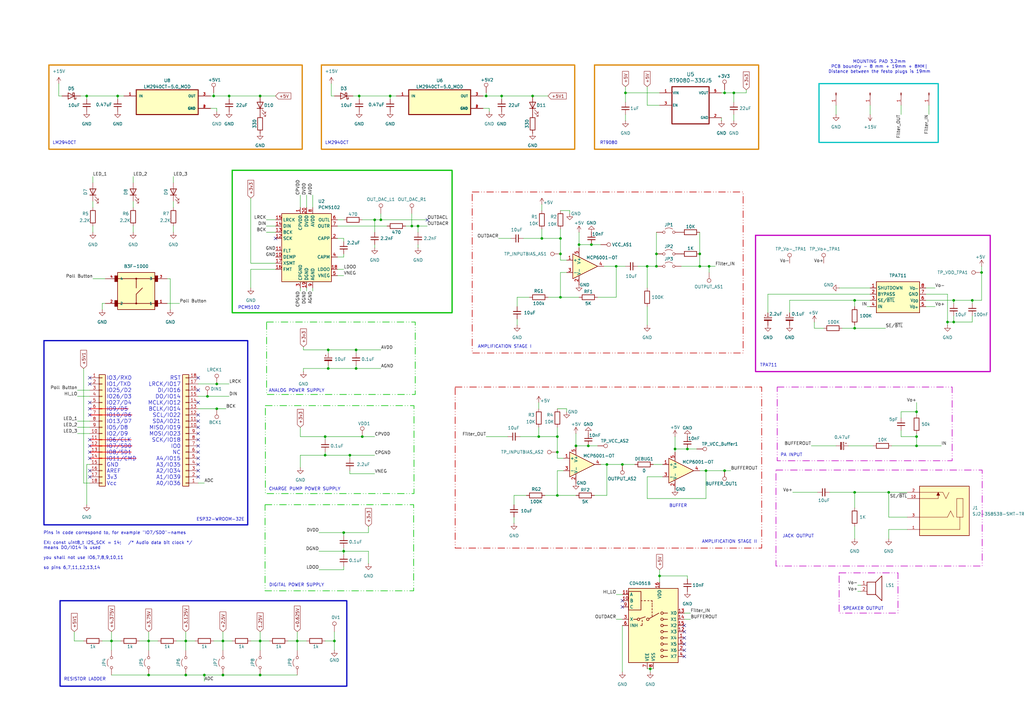
<source format=kicad_sch>
(kicad_sch (version 20250114) (generator "eeschema") (generator_version "9.0")
  (paper "A3")
  (rectangle (start 109.347 132.08) (end 170.307 161.798) (stroke (width 0.254) (type dash_dot_dot) (color 0 194 0 1)))
  (rectangle (start 108.839 166.37) (end 169.799 202.438) (stroke (width 0.254) (type dash_dot_dot) (color 0 194 0 1)))
  (rectangle (start 243.84 26.67) (end 311.15 61.214) (stroke (width 0.5) (color 221 133 0 1)))
  (rectangle (start 108.712 207.01) (end 169.672 242.316) (stroke (width 0.254) (type dash_dot_dot) (color 0 194 0 1)))
  (rectangle (start 18.034 139.7) (end 101.6 215.265) (stroke (width 0.5)))
  (rectangle (start 335.915 34.29) (end 384.81 58.42) (stroke (width 0.5) (color 0 194 194 1)))
  (rectangle (start 20.066 26.67) (end 123.952 61.214) (stroke (width 0.5) (color 221 133 0 1)))
  (rectangle (start 344.17 234.95) (end 368.3 251.46) (stroke (width 0.254) (type dash_dot_dot) (color 194 0 194 1)))
  (rectangle (start 318.77 158.75) (end 390.525 188.976) (stroke (width 0.254) (type dash_dot_dot) (color 194 0 194 1)))
  (rectangle (start 186.69 158.75) (end 312.42 224.79) (stroke (width 0.254) (type dash_dot_dot) (color 194 0 0 1)))
  (rectangle (start 24.638 246.38) (end 142.24 281.432) (stroke (width 0.5)))
  (rectangle (start 95.25 69.85) (end 185.42 128.27) (stroke (width 0.5) (color 0 194 0 1)))
  (rectangle (start 193.675 78.74) (end 304.8 144.78) (stroke (width 0.254) (type dash_dot_dot) (color 194 0 0 1)))
  (rectangle (start 309.88 96.52) (end 406.146 152.4) (stroke (width 0.5) (color 194 0 194 1)))
  (rectangle (start 131.826 26.67) (end 235.712 61.214) (stroke (width 0.5) (color 221 133 0 1)))
  (rectangle (start 318.262 192.786) (end 402.844 232.156) (stroke (width 0.254) (type dash_dot_dot) (color 194 0 194 1)))
  (text "PCM5102" (at 102.108 126.238 0) (effects (font (size 1.27 1.27))))
  (text "Bachelorarbeit TODO:\n\n- Fix software: research libraries, fix PlatformIO configuration\n- Bypassing switch from FilterIN to FilterOUT\n- Research wave generation on ESP32\n- Consider enclosing the board\n- Add trace from P2 to P3 on the jack for Mono Audio\n- Research about study groups\n- Add another LDO\n- Consider reworking the layout:\n	- Change test pads\n	- Rework Supply Trace \n	- Swap filter IN and OUT\n	- Remove some jumpers\n\nAdd: \nAnalog multiplexer as bypass switch instead of mechanical one -> button\nOne button: pressing it fast will cycle waveforms, longpress will start bluetooth mode\nled for pairing and waveform, another led for bypass switch, test led for on/off\n\nModes:\n- long press = bluetooth on/off\n- short press 1 = sine\n- short press 1 = square\n- short press 1 = saw\n" (at -169.926 34.29 0) (effects (font (size 2.54 2.54) (thickness 0.508) (bold yes)) (justify left)))
  (text "CHARGE PUMP POWER SUPPLY\n" (at 124.968 200.66 0) (effects (font (size 1.27 1.27))))
  (text "PA INPUT\n\n" (at 324.612 187.706 0) (effects (font (size 1.27 1.27))))
  (text "LM2940CT" (at 26.416 58.674 0) (effects (font (size 1.27 1.27))))
  (text "TPA711\n" (at 315.214 149.86 0) (effects (font (size 1.27 1.27))))
  (text "AMPLIFICATION STAGE II\n\n" (at 299.212 223.266 0) (effects (font (size 1.27 1.27))))
  (text "ESP32-WROOM-32E" (at 90.424 213.106 0) (effects (font (size 1.27 1.27))))
  (text "Pins in code correspond to, for example \"IO7/SD0\"-names\n\nEX: const uint8_t I2S_SCK = 14;   /* Audio data bit clock */ \nmeans DO/IO14 is used\n\nyou shall not use IO6,7,8,9,10,11\n\nso pins 6,7,11,12,13,14" (at 17.78 225.806 0) (effects (font (size 1.27 1.27)) (justify left)))
  (text "MOUNTING PAD 3.2mm\nPCB boundry - 8 mm + 19mm + 8MM|\nDistance between the festo plugs is 19mm\n" (at 360.68 27.432 0) (effects (font (size 1.27 1.27))))
  (text "SPEAKER OUTPUT" (at 354.076 249.682 0) (effects (font (size 1.27 1.27))))
  (text "JACK OUTPUT" (at 327.406 219.964 0) (effects (font (size 1.27 1.27))))
  (text "RT9080" (at 249.682 58.674 0) (effects (font (size 1.27 1.27))))
  (text "ANALOG POWER SUPPLY\n" (at 121.666 160.274 0) (effects (font (size 1.27 1.27))))
  (text "RESISTOR LADDER" (at 34.798 278.638 0) (effects (font (size 1.27 1.27))))
  (text "IO3/RXD\nIO1/TXD\nIO25/D2\nIO26/D3\nIO27/D4\nIO9/D5\nIO10/D6\nIO13/D7	\nIO5/D8\nIO2/D9\nIO6/CLK\nIO7/SD0\nIO8/SD1\nIO11/CMD\nGND\nAREF\n3v3\nVcc\n\n" (at 43.688 178.054 0) (effects (font (size 1.58 1.58)) (justify left)))
  (text "LM2940CT" (at 138.176 58.674 0) (effects (font (size 1.27 1.27))))
  (text "RST\nLRCK/IO17\nDI/IO16\nDO/IO14\nMCLK/IO12\nBCLK/IO14\nSCL/IO22\nSDA/IO21\nMISO/IO19\nMOSI/IO23\nSCK/IO18\nIO0\nNC\nA4/IO15\nA3/IO35\nA2/IO34\nA1/IO39\nA0/IO36" (at 74.168 176.784 0) (effects (font (size 1.58 1.58)) (justify right)))
  (text "BUFFER\n" (at 278.13 207.518 0) (effects (font (size 1.27 1.27))))
  (text "DIGITAL POWER SUPPLY\n" (at 121.666 240.03 0) (effects (font (size 1.27 1.27))))
  (text "AMPLIFICATION STAGE I" (at 207.01 142.24 0) (effects (font (size 1.27 1.27))))
  (junction (at 350.52 123.19))
  (junction (at 146.05 151.13))
  (junction (at 143.51 186.69))
  (junction (at 220.98 179.07))
  (junction (at 60.96 262.89))
  (junction (at 364.49 201.93))
  (junction (at 229.87 121.92))
  (junction (at 375.92 168.91))
  (junction (at 252.73 109.22))
  (junction (at 228.6 179.07))
  (junction (at 106.68 262.89))
  (junction (at 91.44 262.89))
  (junction (at 237.49 100.33))
  (junction (at 134.62 151.13))
  (junction (at 248.92 190.5))
  (junction (at 300.99 38.1))
  (junction (at 48.26 39.37))
  (junction (at 289.56 193.04))
  (junction (at 83.82 276.86))
  (junction (at 106.68 276.86))
  (junction (at 85.09 162.56))
  (junction (at 153.67 90.17))
  (junction (at 388.62 132.08))
  (junction (at 265.43 109.22))
  (junction (at 140.97 218.44))
  (junction (at 269.24 109.22))
  (junction (at 391.16 132.08))
  (junction (at 290.83 109.22))
  (junction (at 287.02 104.14))
  (junction (at 218.44 39.37))
  (junction (at 121.92 262.89))
  (junction (at 255.27 190.5))
  (junction (at 228.6 203.2))
  (junction (at 256.54 38.1))
  (junction (at 133.35 179.07))
  (junction (at 88.9 167.64))
  (junction (at 269.24 104.14))
  (junction (at 199.39 39.37))
  (junction (at 276.86 184.15))
  (junction (at 76.2 262.89))
  (junction (at 146.05 143.51))
  (junction (at 350.52 201.93))
  (junction (at 242.57 100.33))
  (junction (at 35.56 39.37))
  (junction (at 45.72 262.89))
  (junction (at 140.97 226.06))
  (junction (at 134.62 143.51))
  (junction (at 88.9 157.48))
  (junction (at 266.7 274.32))
  (junction (at 236.22 182.88))
  (junction (at 375.92 182.88))
  (junction (at 93.98 39.37))
  (junction (at 229.87 97.79))
  (junction (at 147.32 39.37))
  (junction (at 297.18 193.04))
  (junction (at 171.45 92.71))
  (junction (at 156.21 90.17))
  (junction (at 270.51 236.22))
  (junction (at 281.94 184.15))
  (junction (at 297.18 38.1))
  (junction (at 87.63 39.37))
  (junction (at 229.87 104.14))
  (junction (at 160.02 39.37))
  (junction (at 402.59 111.76))
  (junction (at 391.16 123.19))
  (junction (at 137.16 262.89))
  (junction (at 133.35 186.69))
  (junction (at 287.02 109.22))
  (junction (at 205.74 39.37))
  (junction (at 76.2 276.86))
  (junction (at 60.96 276.86))
  (junction (at 228.6 185.42))
  (junction (at 350.52 134.62))
  (junction (at 91.44 276.86))
  (junction (at 106.68 39.37))
  (junction (at 168.91 92.71))
  (junction (at 222.25 97.79))
  (junction (at 241.3 182.88))
  (junction (at 375.92 179.07))
  (junction (at 398.78 123.19))
  (junction (at 148.59 179.07))
  (no_connect (at 36.83 170.18))
  (no_connect (at 36.83 187.96))
  (no_connect (at 36.83 154.94))
  (no_connect (at 81.28 195.58))
  (no_connect (at 36.83 165.1))
  (no_connect (at 81.28 180.34))
  (no_connect (at 175.26 90.17))
  (no_connect (at 81.28 177.8))
  (no_connect (at 81.28 154.94))
  (no_connect (at 255.27 246.38))
  (no_connect (at 81.28 182.88))
  (no_connect (at 81.28 170.18))
  (no_connect (at 280.67 264.16))
  (no_connect (at 81.28 172.72))
  (no_connect (at 280.67 261.62))
  (no_connect (at 36.83 193.04))
  (no_connect (at 280.67 259.08))
  (no_connect (at 81.28 175.26))
  (no_connect (at 36.83 157.48))
  (no_connect (at 36.83 180.34))
  (no_connect (at 81.28 165.1))
  (no_connect (at 81.28 193.04))
  (no_connect (at 280.67 269.24))
  (no_connect (at 36.83 182.88))
  (no_connect (at 81.28 187.96))
  (no_connect (at 81.28 190.5))
  (no_connect (at 113.03 97.79))
  (no_connect (at 81.28 185.42))
  (no_connect (at 36.83 195.58))
  (no_connect (at 255.27 248.92))
  (no_connect (at 280.67 256.54))
  (no_connect (at 36.83 167.64))
  (no_connect (at 280.67 266.7))
  (no_connect (at 36.83 185.42))
  (no_connect (at 81.28 160.02))
  (wire (pts (xy 138.43 110.49) (xy 140.97 110.49)))
  (wire (pts (xy 351.79 240.03) (xy 353.06 240.03)))
  (wire (pts (xy 228.6 179.07) (xy 220.98 179.07)))
  (wire (pts (xy 93.98 39.37) (xy 106.68 39.37)))
  (wire (pts (xy 45.72 259.08) (xy 45.72 262.89)))
  (wire (pts (xy 160.02 39.37) (xy 160.02 40.64)))
  (wire (pts (xy 375.92 179.07) (xy 375.92 182.88)))
  (wire (pts (xy 233.68 86.36) (xy 233.68 87.63)))
  (wire (pts (xy 41.91 262.89) (xy 45.72 262.89)))
  (wire (pts (xy 130.81 233.68) (xy 140.97 233.68)))
  (wire (pts (xy 199.39 38.1) (xy 199.39 39.37)))
  (wire (pts (xy 109.22 92.71) (xy 113.03 92.71)))
  (wire (pts (xy 269.24 95.25) (xy 269.24 104.14)))
  (wire (pts (xy 128.27 118.11) (xy 128.27 119.38)))
  (wire (pts (xy 402.59 111.76) (xy 402.59 123.19)))
  (wire (pts (xy 236.22 177.8) (xy 236.22 182.88)))
  (wire (pts (xy 43.18 114.3) (xy 38.1 114.3)))
  (wire (pts (xy 350.52 134.62) (xy 363.22 134.62)))
  (wire (pts (xy 283.21 254) (xy 280.67 254)))
  (wire (pts (xy 91.44 276.86) (xy 83.82 276.86)))
  (wire (pts (xy 123.19 175.26) (xy 123.19 179.07)))
  (wire (pts (xy 314.96 128.27) (xy 314.96 120.65)))
  (wire (pts (xy 125.73 118.11) (xy 125.73 119.38)))
  (wire (pts (xy 31.75 172.72) (xy 36.83 172.72)))
  (wire (pts (xy 281.94 184.15) (xy 276.86 184.15)))
  (wire (pts (xy 220.98 165.1) (xy 220.98 167.64)))
  (wire (pts (xy 102.87 262.89) (xy 106.68 262.89)))
  (wire (pts (xy 265.43 274.32) (xy 266.7 274.32)))
  (wire (pts (xy 283.21 251.46) (xy 280.67 251.46)))
  (wire (pts (xy 245.11 121.92) (xy 252.73 121.92)))
  (wire (pts (xy 350.52 201.93) (xy 350.52 208.28)))
  (wire (pts (xy 379.73 123.19) (xy 391.16 123.19)))
  (wire (pts (xy 140.97 227.33) (xy 140.97 226.06)))
  (wire (pts (xy 388.62 120.65) (xy 379.73 120.65)))
  (wire (pts (xy 204.47 97.79) (xy 209.55 97.79)))
  (wire (pts (xy 205.74 39.37) (xy 218.44 39.37)))
  (polyline (pts (xy 36.83 187.96) (xy 55.88 187.96)) (stroke (width 0.254) (type solid) (color 255 0 0 1)))
  (wire (pts (xy 140.97 224.79) (xy 140.97 226.06)))
  (wire (pts (xy 48.26 39.37) (xy 50.8 39.37)))
  (wire (pts (xy 168.91 87.63) (xy 168.91 92.71)))
  (wire (pts (xy 48.26 39.37) (xy 48.26 40.64)))
  (wire (pts (xy 148.59 179.07) (xy 153.67 179.07)))
  (wire (pts (xy 295.91 48.26) (xy 295.91 49.53)))
  (wire (pts (xy 350.52 201.93) (xy 364.49 201.93)))
  (wire (pts (xy 229.87 111.76) (xy 232.41 111.76)))
  (wire (pts (xy 334.01 132.08) (xy 334.01 134.62)))
  (wire (pts (xy 256.54 41.91) (xy 256.54 38.1)))
  (wire (pts (xy 137.16 262.89) (xy 137.16 266.7)))
  (wire (pts (xy 30.48 262.89) (xy 34.29 262.89)))
  (wire (pts (xy 124.46 151.13) (xy 134.62 151.13)))
  (wire (pts (xy 123.19 118.11) (xy 123.19 119.38)))
  (wire (pts (xy 134.62 151.13) (xy 146.05 151.13)))
  (wire (pts (xy 229.87 97.79) (xy 222.25 97.79)))
  (wire (pts (xy 138.43 113.03) (xy 140.97 113.03)))
  (wire (pts (xy 300.99 46.99) (xy 300.99 49.53)))
  (wire (pts (xy 86.36 39.37) (xy 87.63 39.37)))
  (wire (pts (xy 261.62 109.22) (xy 265.43 109.22)))
  (wire (pts (xy 128.27 80.01) (xy 128.27 85.09)))
  (wire (pts (xy 242.57 100.33) (xy 246.38 100.33)))
  (wire (pts (xy 35.56 190.5) (xy 35.56 207.01)))
  (wire (pts (xy 210.82 203.2) (xy 215.9 203.2)))
  (wire (pts (xy 391.16 123.19) (xy 398.78 123.19)))
  (wire (pts (xy 398.78 129.54) (xy 398.78 132.08)))
  (wire (pts (xy 81.28 198.12) (xy 83.82 198.12)))
  (wire (pts (xy 140.97 104.14) (xy 140.97 105.41)))
  (wire (pts (xy 229.87 93.98) (xy 229.87 97.79)))
  (wire (pts (xy 36.83 190.5) (xy 35.56 190.5)))
  (wire (pts (xy 156.21 90.17) (xy 175.26 90.17)))
  (wire (pts (xy 248.92 190.5) (xy 255.27 190.5)))
  (wire (pts (xy 69.85 114.3) (xy 68.58 114.3)))
  (wire (pts (xy 106.68 262.89) (xy 110.49 262.89)))
  (wire (pts (xy 91.44 262.89) (xy 95.25 262.89)))
  (wire (pts (xy 130.81 226.06) (xy 140.97 226.06)))
  (wire (pts (xy 270.51 233.68) (xy 270.51 236.22)))
  (wire (pts (xy 375.92 177.8) (xy 375.92 179.07)))
  (wire (pts (xy 237.49 95.25) (xy 237.49 100.33)))
  (wire (pts (xy 229.87 97.79) (xy 229.87 104.14)))
  (wire (pts (xy 168.91 92.71) (xy 171.45 92.71)))
  (wire (pts (xy 375.92 168.91) (xy 369.57 168.91)))
  (wire (pts (xy 133.35 186.69) (xy 143.51 186.69)))
  (wire (pts (xy 355.6 125.73) (xy 356.87 125.73)))
  (wire (pts (xy 73.66 124.46) (xy 68.58 124.46)))
  (wire (pts (xy 297.18 36.83) (xy 297.18 38.1)))
  (wire (pts (xy 106.68 276.86) (xy 91.44 276.86)))
  (wire (pts (xy 388.62 132.08) (xy 388.62 133.35)))
  (wire (pts (xy 33.02 39.37) (xy 35.56 39.37)))
  (wire (pts (xy 290.83 111.76) (xy 290.83 109.22)))
  (wire (pts (xy 121.92 259.08) (xy 121.92 262.89)))
  (wire (pts (xy 124.46 143.51) (xy 134.62 143.51)))
  (wire (pts (xy 369.57 176.53) (xy 369.57 179.07)))
  (wire (pts (xy 133.35 262.89) (xy 137.16 262.89)))
  (wire (pts (xy 113.03 107.95) (xy 102.87 107.95)))
  (wire (pts (xy 93.98 39.37) (xy 93.98 40.64)))
  (wire (pts (xy 54.61 82.55) (xy 54.61 85.09)))
  (wire (pts (xy 123.19 186.69) (xy 123.19 191.77)))
  (wire (pts (xy 212.09 121.92) (xy 217.17 121.92)))
  (wire (pts (xy 171.45 100.33) (xy 171.45 101.6)))
  (wire (pts (xy 241.3 182.88) (xy 236.22 182.88)))
  (wire (pts (xy 72.39 262.89) (xy 76.2 262.89)))
  (wire (pts (xy 102.87 107.95) (xy 102.87 81.28)))
  (wire (pts (xy 135.89 39.37) (xy 137.16 39.37)))
  (wire (pts (xy 71.12 92.71) (xy 71.12 95.25)))
  (wire (pts (xy 243.84 203.2) (xy 248.92 203.2)))
  (wire (pts (xy 391.16 129.54) (xy 391.16 132.08)))
  (wire (pts (xy 398.78 124.46) (xy 398.78 123.19)))
  (wire (pts (xy 369.57 43.18) (xy 369.57 46.99)))
  (wire (pts (xy 276.86 184.15) (xy 276.86 185.42)))
  (wire (pts (xy 223.52 203.2) (xy 228.6 203.2)))
  (wire (pts (xy 76.2 259.08) (xy 76.2 262.89)))
  (wire (pts (xy 60.96 259.08) (xy 60.96 262.89)))
  (wire (pts (xy 276.86 179.07) (xy 276.86 184.15)))
  (wire (pts (xy 45.72 262.89) (xy 45.72 266.7)))
  (wire (pts (xy 144.78 39.37) (xy 147.32 39.37)))
  (wire (pts (xy 199.39 179.07) (xy 208.28 179.07)))
  (wire (pts (xy 133.35 185.42) (xy 133.35 186.69)))
  (wire (pts (xy 121.92 276.86) (xy 106.68 276.86)))
  (wire (pts (xy 265.43 195.58) (xy 271.78 195.58)))
  (wire (pts (xy 200.66 44.45) (xy 200.66 45.72)))
  (wire (pts (xy 347.98 182.88) (xy 358.14 182.88)))
  (wire (pts (xy 134.62 143.51) (xy 134.62 144.78)))
  (wire (pts (xy 166.37 92.71) (xy 168.91 92.71)))
  (wire (pts (xy 295.91 38.1) (xy 297.18 38.1)))
  (wire (pts (xy 297.18 38.1) (xy 300.99 38.1)))
  (wire (pts (xy 224.79 121.92) (xy 229.87 121.92)))
  (wire (pts (xy 60.96 262.89) (xy 64.77 262.89)))
  (wire (pts (xy 248.92 190.5) (xy 248.92 203.2)))
  (wire (pts (xy 109.22 95.25) (xy 113.03 95.25)))
  (wire (pts (xy 151.13 226.06) (xy 151.13 231.14)))
  (wire (pts (xy 147.32 39.37) (xy 147.32 40.64)))
  (wire (pts (xy 71.12 72.39) (xy 71.12 74.93)))
  (wire (pts (xy 198.12 44.45) (xy 200.66 44.45)))
  (wire (pts (xy 267.97 190.5) (xy 271.78 190.5)))
  (wire (pts (xy 228.6 167.64) (xy 232.41 167.64)))
  (wire (pts (xy 123.19 186.69) (xy 133.35 186.69)))
  (wire (pts (xy 252.73 109.22) (xy 256.54 109.22)))
  (wire (pts (xy 350.52 134.62) (xy 350.52 133.35)))
  (polyline (pts (xy 36.83 187.96) (xy 54.102 187.96)) (stroke (width 0) (type solid) (color 255 0 0 1)))
  (wire (pts (xy 38.1 82.55) (xy 38.1 85.09)))
  (wire (pts (xy 76.2 262.89) (xy 80.01 262.89)))
  (wire (pts (xy 123.19 179.07) (xy 133.35 179.07)))
  (wire (pts (xy 379.73 125.73) (xy 383.54 125.73)))
  (wire (pts (xy 198.12 39.37) (xy 199.39 39.37)))
  (wire (pts (xy 124.46 151.13) (xy 124.46 152.4)))
  (wire (pts (xy 87.63 262.89) (xy 91.44 262.89)))
  (polyline (pts (xy 36.83 185.42) (xy 53.848 185.42)) (stroke (width 0.254) (type solid) (color 255 0 0 1)))
  (wire (pts (xy 289.56 193.04) (xy 289.56 204.47)))
  (wire (pts (xy 306.07 36.83) (xy 306.07 38.1)))
  (wire (pts (xy 76.2 276.86) (xy 83.82 276.86)))
  (wire (pts (xy 398.78 132.08) (xy 391.16 132.08)))
  (wire (pts (xy 237.49 100.33) (xy 237.49 101.6)))
  (wire (pts (xy 130.81 218.44) (xy 140.97 218.44)))
  (wire (pts (xy 125.73 80.01) (xy 125.73 85.09)))
  (wire (pts (xy 375.92 182.88) (xy 386.08 182.88)))
  (wire (pts (xy 297.18 193.04) (xy 299.72 193.04)))
  (wire (pts (xy 213.36 179.07) (xy 220.98 179.07)))
  (wire (pts (xy 266.7 274.32) (xy 266.7 275.59)))
  (wire (pts (xy 314.96 120.65) (xy 356.87 120.65)))
  (wire (pts (xy 24.13 39.37) (xy 25.4 39.37)))
  (wire (pts (xy 35.56 39.37) (xy 48.26 39.37)))
  (wire (pts (xy 24.13 34.29) (xy 24.13 39.37)))
  (wire (pts (xy 143.51 186.69) (xy 153.67 186.69)))
  (wire (pts (xy 143.51 186.69) (xy 143.51 187.96)))
  (wire (pts (xy 281.94 236.22) (xy 281.94 237.49)))
  (wire (pts (xy 332.74 182.88) (xy 342.9 182.88)))
  (wire (pts (xy 256.54 38.1) (xy 270.51 38.1)))
  (wire (pts (xy 256.54 35.56) (xy 256.54 38.1)))
  (wire (pts (xy 43.18 124.46) (xy 41.91 124.46)))
  (wire (pts (xy 228.6 193.04) (xy 231.14 193.04)))
  (wire (pts (xy 342.9 43.18) (xy 342.9 46.99)))
  (wire (pts (xy 35.56 39.37) (xy 35.56 40.64)))
  (wire (pts (xy 102.87 110.49) (xy 113.03 110.49)))
  (wire (pts (xy 146.05 143.51) (xy 156.21 143.51)))
  (wire (pts (xy 287.02 104.14) (xy 287.02 109.22)))
  (wire (pts (xy 87.63 39.37) (xy 93.98 39.37)))
  (wire (pts (xy 199.39 39.37) (xy 205.74 39.37)))
  (wire (pts (xy 140.97 219.71) (xy 140.97 218.44)))
  (wire (pts (xy 388.62 120.65) (xy 388.62 132.08)))
  (wire (pts (xy 87.63 38.1) (xy 87.63 39.37)))
  (wire (pts (xy 148.59 90.17) (xy 153.67 90.17)))
  (wire (pts (xy 256.54 46.99) (xy 256.54 49.53)))
  (wire (pts (xy 391.16 132.08) (xy 388.62 132.08)))
  (wire (pts (xy 60.96 262.89) (xy 60.96 266.7)))
  (wire (pts (xy 38.1 72.39) (xy 38.1 74.93)))
  (wire (pts (xy 34.29 151.13) (xy 34.29 198.12)))
  (wire (pts (xy 228.6 185.42) (xy 228.6 187.96)))
  (wire (pts (xy 69.85 114.3) (xy 69.85 127)))
  (wire (pts (xy 255.27 256.54) (xy 255.27 275.59)))
  (wire (pts (xy 265.43 125.73) (xy 265.43 133.35)))
  (wire (pts (xy 124.46 143.51) (xy 124.46 142.24)))
  (wire (pts (xy 323.85 123.19) (xy 350.52 123.19)))
  (wire (pts (xy 45.72 276.86) (xy 60.96 276.86)))
  (wire (pts (xy 290.83 109.22) (xy 293.37 109.22)))
  (wire (pts (xy 134.62 149.86) (xy 134.62 151.13)))
  (wire (pts (xy 369.57 168.91) (xy 369.57 171.45)))
  (wire (pts (xy 212.09 130.81) (xy 212.09 133.35)))
  (wire (pts (xy 88.9 167.64) (xy 92.71 167.64)))
  (wire (pts (xy 265.43 35.56) (xy 265.43 43.18)))
  (wire (pts (xy 118.11 262.89) (xy 121.92 262.89)))
  (wire (pts (xy 85.09 162.56) (xy 93.98 162.56)))
  (wire (pts (xy 30.48 259.08) (xy 30.48 262.89)))
  (wire (pts (xy 171.45 92.71) (xy 171.45 95.25)))
  (wire (pts (xy 140.97 97.79) (xy 140.97 99.06)))
  (wire (pts (xy 31.75 162.56) (xy 36.83 162.56)))
  (wire (pts (xy 265.43 204.47) (xy 265.43 195.58)))
  (wire (pts (xy 287.02 193.04) (xy 289.56 193.04)))
  (wire (pts (xy 38.1 92.71) (xy 38.1 95.25)))
  (wire (pts (xy 245.11 182.88) (xy 241.3 182.88)))
  (wire (pts (xy 265.43 109.22) (xy 269.24 109.22)))
  (wire (pts (xy 134.62 143.51) (xy 146.05 143.51)))
  (wire (pts (xy 228.6 175.26) (xy 228.6 179.07)))
  (wire (pts (xy 212.09 121.92) (xy 212.09 125.73)))
  (wire (pts (xy 364.49 201.93) (xy 372.11 201.93)))
  (wire (pts (xy 109.22 90.17) (xy 113.03 90.17)))
  (wire (pts (xy 325.12 201.93) (xy 335.28 201.93)))
  (wire (pts (xy 300.99 41.91) (xy 300.99 38.1)))
  (wire (pts (xy 210.82 212.09) (xy 210.82 214.63)))
  (wire (pts (xy 31.75 175.26) (xy 36.83 175.26)))
  (wire (pts (xy 81.28 167.64) (xy 88.9 167.64)))
  (wire (pts (xy 350.52 215.9) (xy 350.52 220.98)))
  (wire (pts (xy 138.43 90.17) (xy 140.97 90.17)))
  (wire (pts (xy 106.68 259.08) (xy 106.68 262.89)))
  (wire (pts (xy 345.44 134.62) (xy 350.52 134.62)))
  (wire (pts (xy 123.19 80.01) (xy 123.19 85.09)))
  (wire (pts (xy 160.02 39.37) (xy 162.56 39.37)))
  (wire (pts (xy 138.43 105.41) (xy 140.97 105.41)))
  (wire (pts (xy 364.49 220.98) (xy 364.49 217.17)))
  (wire (pts (xy 265.43 43.18) (xy 270.51 43.18)))
  (wire (pts (xy 228.6 193.04) (xy 228.6 203.2)))
  (wire (pts (xy 334.01 134.62) (xy 337.82 134.62)))
  (wire (pts (xy 375.92 168.91) (xy 375.92 170.18)))
  (wire (pts (xy 252.73 243.84) (xy 255.27 243.84)))
  (wire (pts (xy 232.41 167.64) (xy 232.41 168.91)))
  (wire (pts (xy 232.41 106.68) (xy 229.87 106.68)))
  (wire (pts (xy 222.25 83.82) (xy 222.25 86.36)))
  (wire (pts (xy 135.89 34.29) (xy 135.89 39.37)))
  (wire (pts (xy 270.51 236.22) (xy 270.51 238.76)))
  (wire (pts (xy 143.51 194.31) (xy 153.67 194.31)))
  (wire (pts (xy 402.59 109.22) (xy 402.59 111.76)))
  (wire (pts (xy 228.6 203.2) (xy 236.22 203.2)))
  (polyline (pts (xy 36.83 182.88) (xy 54.102 182.88)) (stroke (width 0.254) (type solid) (color 255 0 0 1)))
  (wire (pts (xy 140.97 233.68) (xy 140.97 232.41)))
  (wire (pts (xy 106.68 262.89) (xy 106.68 266.7)))
  (wire (pts (xy 102.87 118.11) (xy 102.87 110.49)))
  (wire (pts (xy 54.61 92.71) (xy 54.61 95.25)))
  (wire (pts (xy 356.87 123.19) (xy 350.52 123.19)))
  (wire (pts (xy 151.13 218.44) (xy 151.13 215.9)))
  (wire (pts (xy 140.97 226.06) (xy 151.13 226.06)))
  (wire (pts (xy 147.32 39.37) (xy 160.02 39.37)))
  (wire (pts (xy 398.78 123.19) (xy 402.59 123.19)))
  (wire (pts (xy 45.72 262.89) (xy 49.53 262.89)))
  (wire (pts (xy 365.76 182.88) (xy 375.92 182.88)))
  (wire (pts (xy 54.61 72.39) (xy 54.61 74.93)))
  (wire (pts (xy 138.43 97.79) (xy 140.97 97.79)))
  (wire (pts (xy 36.83 198.12) (xy 34.29 198.12)))
  (wire (pts (xy 91.44 262.89) (xy 91.44 266.7)))
  (wire (pts (xy 153.67 90.17) (xy 153.67 95.25)))
  (wire (pts (xy 344.17 118.11) (xy 356.87 118.11)))
  (wire (pts (xy 138.43 92.71) (xy 158.75 92.71)))
  (wire (pts (xy 364.49 212.09) (xy 364.49 201.93)))
  (wire (pts (xy 379.73 118.11) (xy 383.54 118.11)))
  (wire (pts (xy 375.92 179.07) (xy 369.57 179.07)))
  (wire (pts (xy 153.67 90.17) (xy 156.21 90.17)))
  (wire (pts (xy 287.02 109.22) (xy 290.83 109.22)))
  (wire (pts (xy 229.87 104.14) (xy 229.87 106.68)))
  (wire (pts (xy 210.82 203.2) (xy 210.82 207.01)))
  (wire (pts (xy 60.96 276.86) (xy 76.2 276.86)))
  (wire (pts (xy 300.99 38.1) (xy 306.07 38.1)))
  (wire (pts (xy 31.75 177.8) (xy 36.83 177.8)))
  (wire (pts (xy 242.57 100.33) (xy 237.49 100.33)))
  (wire (pts (xy 289.56 204.47) (xy 265.43 204.47)))
  (wire (pts (xy 57.15 262.89) (xy 60.96 262.89)))
  (wire (pts (xy 222.25 93.98) (xy 222.25 97.79)))
  (wire (pts (xy 86.36 44.45) (xy 88.9 44.45)))
  (wire (pts (xy 364.49 217.17) (xy 372.11 217.17)))
  (wire (pts (xy 269.24 104.14) (xy 269.24 109.22)))
  (wire (pts (xy 229.87 121.92) (xy 237.49 121.92)))
  (wire (pts (xy 88.9 44.45) (xy 88.9 45.72)))
  (wire (pts (xy 146.05 149.86) (xy 146.05 151.13)))
  (wire (pts (xy 252.73 109.22) (xy 252.73 121.92)))
  (wire (pts (xy 146.05 143.51) (xy 146.05 144.78)))
  (wire (pts (xy 143.51 193.04) (xy 143.51 194.31)))
  (wire (pts (xy 391.16 124.46) (xy 391.16 123.19)))
  (wire (pts (xy 153.67 101.6) (xy 153.67 100.33)))
  (wire (pts (xy 287.02 95.25) (xy 287.02 104.14)))
  (wire (pts (xy 289.56 193.04) (xy 297.18 193.04)))
  (wire (pts (xy 121.92 262.89) (xy 121.92 266.7)))
  (polyline (pts (xy 36.83 180.34) (xy 53.848 180.34)) (stroke (width 0.254) (type solid) (color 255 0 0 1)))
  (wire (pts (xy 220.98 175.26) (xy 220.98 179.07)))
  (wire (pts (xy 229.87 111.76) (xy 229.87 121.92)))
  (wire (pts (xy 137.16 259.08) (xy 137.16 262.89)))
  (wire (pts (xy 133.35 179.07) (xy 133.35 180.34)))
  (wire (pts (xy 88.9 157.48) (xy 93.98 157.48)))
  (wire (pts (xy 171.45 92.71) (xy 175.26 92.71)))
  (wire (pts (xy 205.74 39.37) (xy 205.74 40.64)))
  (wire (pts (xy 356.87 43.18) (xy 356.87 46.99)))
  (polyline (pts (xy 36.83 170.18) (xy 54.102 170.18)) (stroke (width 0.254) (type solid) (color 255 0 0 1)))
  (polyline (pts (xy 36.83 167.64) (xy 52.578 167.64)) (stroke (width 0.254) (type solid) (color 255 0 0 1)))
  (wire (pts (xy 270.51 236.22) (xy 281.94 236.22)))
  (wire (pts (xy 323.85 123.19) (xy 323.85 128.27)))
  (wire (pts (xy 266.7 274.32) (xy 267.97 274.32)))
  (wire (pts (xy 31.75 160.02) (xy 36.83 160.02)))
  (wire (pts (xy 247.65 109.22) (xy 252.73 109.22)))
  (wire (pts (xy 279.4 109.22) (xy 287.02 109.22)))
  (wire (pts (xy 71.12 82.55) (xy 71.12 85.09)))
  (wire (pts (xy 156.21 87.63) (xy 156.21 90.17)))
  (wire (pts (xy 76.2 262.89) (xy 76.2 266.7)))
  (wire (pts (xy 364.49 212.09) (xy 372.11 212.09)))
  (wire (pts (xy 214.63 97.79) (xy 222.25 97.79)))
  (wire (pts (xy 83.82 276.86) (xy 83.82 279.4)))
  (wire (pts (xy 81.28 157.48) (xy 88.9 157.48)))
  (wire (pts (xy 350.52 123.19) (xy 350.52 125.73)))
  (wire (pts (xy 265.43 109.22) (xy 265.43 118.11)))
  (wire (pts (xy 218.44 39.37) (xy 224.79 39.37)))
  (wire (pts (xy 81.28 162.56) (xy 85.09 162.56)))
  (wire (pts (xy 375.92 165.1) (xy 375.92 168.91)))
  (wire (pts (xy 281.94 184.15) (xy 285.75 184.15)))
  (wire (pts (xy 146.05 151.13) (xy 156.21 151.13)))
  (wire (pts (xy 41.91 124.46) (xy 41.91 127)))
  (wire (pts (xy 340.36 201.93) (xy 350.52 201.93)))
  (wire (pts (xy 351.79 242.57) (xy 353.06 242.57)))
  (wire (pts (xy 229.87 86.36) (xy 233.68 86.36)))
  (polyline (pts (xy 36.83 182.88) (xy 54.102 182.88)) (stroke (width 0) (type solid) (color 255 0 0 1)))
  (wire (pts (xy 140.97 218.44) (xy 151.13 218.44)))
  (wire (pts (xy 228.6 179.07) (xy 228.6 185.42)))
  (wire (pts (xy 91.44 259.08) (xy 91.44 262.89)))
  (wire (pts (xy 133.35 179.07) (xy 148.59 179.07)))
  (wire (pts (xy 252.73 254) (xy 255.27 254)))
  (wire (pts (xy 381 43.18) (xy 381 46.99)))
  (wire (pts (xy 246.38 190.5) (xy 248.92 190.5)))
  (wire (pts (xy 255.27 190.5) (xy 260.35 190.5)))
  (wire (pts (xy 106.68 39.37) (xy 113.03 39.37)))
  (wire (pts (xy 121.92 262.89) (xy 125.73 262.89)))
  (wire (pts (xy 231.14 187.96) (xy 228.6 187.96)))
  (label "CPGND" (at 153.67 186.69 0))
  (label "Filter_IN" (at 283.21 251.46 0))
  (label "Poll Button" (at 73.66 124.46 0))
  (label "VNEG" (at 140.97 113.03 0))
  (label "BUFFEROUT" (at 299.72 193.04 0))
  (label "HI_LO" (at 31.75 162.56 180))
  (label "AGND" (at 156.21 151.13 0))
  (label "Vo+" (at 375.92 165.1 180))
  (label "Poll Button" (at 38.1 114.3 180))
  (label "DVDD" (at 130.81 218.44 180))
  (label "OUTDACR" (at 175.26 92.71 0))
  (label "CPVDD" (at 123.19 80.01 90))
  (label "HI_LO" (at 252.73 243.84 180))
  (label "Filter_IN" (at 381 46.99 270))
  (label "IN" (at 386.08 182.88 0))
  (label "Vo-" (at 383.54 118.11 0))
  (label "Vo+" (at 351.79 242.57 180))
  (label "BCK" (at 92.71 167.64 0))
  (label "Poll Button" (at 31.75 160.02 180))
  (label "DGND" (at 130.81 226.06 180))
  (label "Vo+" (at 325.12 201.93 180))
  (label "OUTDACR" (at 252.73 254 180))
  (label "DGND" (at 125.73 119.38 270))
  (label "Filter_OUT" (at 199.39 179.07 180))
  (label "VNEG" (at 153.67 194.31 0))
  (label "AVDD" (at 128.27 80.01 90))
  (label "LRCK" (at 93.98 157.48 0))
  (label "AVDD" (at 156.21 143.51 0))
  (label "Vo-" (at 351.79 240.03 180))
  (label "GND" (at 113.03 102.87 180))
  (label "SE{slash}~{BTL}" (at 363.22 134.62 0))
  (label "CPGND" (at 123.19 119.38 270))
  (label "DVDD" (at 125.73 80.01 90))
  (label "LRCK" (at 109.22 90.17 180))
  (label "LED_1" (at 31.75 172.72 180))
  (label "DIN" (at 93.98 162.56 0))
  (label "LED_1" (at 38.1 72.39 0))
  (label "LED_3" (at 71.12 72.39 0))
  (label "Filter_OUT" (at 369.57 46.99 270))
  (label "LDOO" (at 140.97 110.49 0))
  (label "DIN" (at 109.22 92.71 180))
  (label "LED_3" (at 31.75 177.8 180))
  (label "LDOO" (at 130.81 233.68 180))
  (label "CPVDD" (at 153.67 179.07 0))
  (label "Vo+" (at 383.54 125.73 0))
  (label "AGND" (at 128.27 119.38 270))
  (label "OUTDACL" (at 175.26 90.17 0))
  (label "SE{slash}~{BTL}" (at 372.11 204.47 180))
  (label "IN" (at 355.6 125.73 180))
  (label "BCK" (at 109.22 95.25 180))
  (label "Filter_IN" (at 293.37 109.22 0))
  (label "GND" (at 113.03 105.41 180))
  (label "ADC" (at 83.82 279.4 0))
  (label "BUFFEROUT" (at 332.74 182.88 180))
  (label "BUFFEROUT" (at 283.21 254 0))
  (label "Vo+" (at 337.82 107.95 180))
  (label "LED_2" (at 54.61 72.39 0))
  (label "OUTDACR" (at 204.47 97.79 180))
  (label "ADC" (at 83.82 198.12 0))
  (label "LED_2" (at 31.75 175.26 180))
  (label "Vo-" (at 323.85 107.95 180))
  (global_label "+5V" (shape input) (at 265.43 35.56 90) (property "Intersheetrefs" "${INTERSHEET_REFS}" (effects (hide yes))))
  (global_label "1.25V" (shape input) (at 106.68 259.08 90) (property "Intersheetrefs" "${INTERSHEET_REFS}" (effects (hide yes))))
  (global_label "+5V" (shape input) (at 270.51 233.68 90) (property "Intersheetrefs" "${INTERSHEET_REFS}" (effects (hide yes))))
  (global_label "+5V" (shape input) (at 113.03 39.37 0) (property "Intersheetrefs" "${INTERSHEET_REFS}" (effects (hide yes))))
  (global_label "+4.375V" (shape input) (at 45.72 259.08 90) (property "Intersheetrefs" "${INTERSHEET_REFS}" (effects (hide yes))))
  (global_label "+0.625V" (shape input) (at 121.92 259.08 90) (property "Intersheetrefs" "${INTERSHEET_REFS}" (effects (hide yes))))
  (global_label "+5V1" (shape input) (at 224.79 39.37 0) (property "Intersheetrefs" "${INTERSHEET_REFS}" (effects (hide yes))))
  (global_label "+5V" (shape input) (at 256.54 35.56 90) (property "Intersheetrefs" "${INTERSHEET_REFS}" (effects (hide yes))))
  (global_label "+5V1" (shape input) (at 34.29 151.13 90) (property "Intersheetrefs" "${INTERSHEET_REFS}" (effects (hide yes))))
  (global_label "+3v3" (shape input) (at 102.87 81.28 90) (property "Intersheetrefs" "${INTERSHEET_REFS}" (effects (hide yes))))
  (global_label "+3v3" (shape input) (at 306.07 36.83 90) (property "Intersheetrefs" "${INTERSHEET_REFS}" (effects (hide yes))))
  (global_label "+3v3" (shape input) (at 151.13 215.9 90) (property "Intersheetrefs" "${INTERSHEET_REFS}" (effects (hide yes))))
  (global_label "+3.125V" (shape input) (at 76.2 259.08 90) (property "Intersheetrefs" "${INTERSHEET_REFS}" (effects (hide yes))))
  (global_label "+5V1" (shape input) (at 30.48 259.08 90) (property "Intersheetrefs" "${INTERSHEET_REFS}" (effects (hide yes))))
  (global_label "+3.75V" (shape input) (at 60.96 259.08 90) (property "Intersheetrefs" "${INTERSHEET_REFS}" (effects (hide yes))))
  (global_label "+3v3" (shape input) (at 124.46 142.24 90) (property "Intersheetrefs" "${INTERSHEET_REFS}" (effects (hide yes))))
  (global_label "+2.5V" (shape input) (at 91.44 259.08 90) (property "Intersheetrefs" "${INTERSHEET_REFS}" (effects (hide yes))))
  (global_label "+3v3" (shape input) (at 123.19 175.26 90) (property "Intersheetrefs" "${INTERSHEET_REFS}" (effects (hide yes))))
  (symbol (lib_id "Jumper:Jumper_2_Open") (at 60.96 271.78 90) (unit 1) (exclude_from_sim yes)
    (property "Reference" "JP5" (at 57.912 271.78 0))
    (property "Value" "Jumper_2_Open" (effects (hide yes)))
    (property "Footprint" "Jumper:SolderJumper-2_P1.3mm_Open_Pad1.0x1.5mm" (effects (hide yes)))
    (property "Description" "Jumper, 2-pole, open" (effects (hide yes)))
    (property "OC_Mouser" "X" (effects (hide yes)))
  )
  (symbol (lib_id "Connector:TestPoint") (at 255.27 190.5 180) (unit 1)
    (property "Reference" "OUTPUT_AS2" (at 261.112 196.342 0) (effects (justify left)))
    (property "Value" "TestPoint" (effects (hide yes)))
    (property "Footprint" "TestPoint:TestPoint_Pad_1.5x1.5mm" (effects (hide yes)))
    (property "Description" "test point" (effects (hide yes)))
    (property "OC_Mouser" "X" (effects (hide yes)))
  )
  (symbol (lib_id "Device:D_Schottky") (at 140.97 39.37 180) (unit 1)
    (property "Reference" "D3" (at 140.97 36.322 0))
    (property "Value" "D_Schottky" (effects (hide yes)))
    (property "Footprint" "Diode_SMD:D_SOD-123F" (effects (hide yes)))
    (property "Datasheet" "https://diotec.com/request/datasheet/1n5817.pdf" (effects (hide yes)))
    (property "Description" "Mouser: 637-1N5819" (effects (hide yes)))
    (property "OC_Mouser" "621-1N5819HW-F" (effects (hide yes)))
    (property "Double Checked" "x" (effects (hide yes)))
  )
  (symbol (lib_id "Device:R") (at 341.63 134.62 270) (unit 1)
    (property "Reference" "R12" (effects (hide yes)))
    (property "Value" "100K" (at 341.884 132.08 90))
    (property "Footprint" "Resistor_SMD:R_0805_2012Metric_Pad1.20x1.40mm_HandSolder" (effects (hide yes)))
    (property "Description" "Resistor" (effects (hide yes)))
    (property "OC_Mouser" "603-RT0805BRE07100KL" (effects (hide yes)))
    (property "Double Checked" "x" (effects (hide yes)))
  )
  (symbol (lib_id "Connector:TestPoint") (at 88.9 167.64 180) (unit 1)
    (property "Reference" "BCK1" (at 90.932 173.228 0) (effects (justify left)))
    (property "Value" "TestPoint" (effects (hide yes)))
    (property "Footprint" "TestPoint:TestPoint_Pad_1.5x1.5mm" (effects (hide yes)))
    (property "Description" "test point" (effects (hide yes)))
    (property "OC_Mouser" "X" (effects (hide yes)))
  )
  (symbol (lib_id "Connector:TestPoint") (at 137.16 259.08 0) (unit 1)
    (property "Reference" "0V1" (at 135.89 253.238 0) (effects (justify left)))
    (property "Value" "TestPoint" (effects (hide yes)))
    (property "Footprint" "TestPoint:TestPoint_Pad_1.5x1.5mm" (effects (hide yes)))
    (property "Description" "test point" (effects (hide yes)))
    (property "OC_Mouser" "X" (effects (hide yes)))
  )
  (symbol (lib_id "Device:R") (at 241.3 121.92 90) (unit 1)
    (property "Reference" "RF1" (at 241.3 119.634 90))
    (property "Value" "5K" (at 241.3 124.46 90))
    (property "Footprint" "Resistor_SMD:R_0805_2012Metric_Pad1.20x1.40mm_HandSolder" (effects (hide yes)))
    (property "Description" "Resistor" (effects (hide yes)))
    (property "OC_Mouser" "71-RCA08055K10FKEA" (effects (hide yes)))
  )
  (symbol (lib_id "Device:C_Small") (at 241.3 180.34 0) (unit 1)
    (property "Reference" "C_COUPLING_AMPSTAGE3" (effects (hide yes)))
    (property "Value" "10nF" (at 241.554 178.562 0) (effects (justify left)))
    (property "Footprint" "Capacitor_SMD:C_1206_3216Metric_Pad1.33x1.80mm_HandSolder" (effects (hide yes)))
    (property "Description" "Unpolarized capacitor, small symbol" (effects (hide yes)))
    (property "OC_Mouser" "581-KGM31GCG2J103JU" (effects (hide yes)))
    (property "Double Checked" "x" (effects (hide yes)))
  )
  (symbol (lib_id "Connector:TestPoint") (at 168.91 87.63 0) (unit 1)
    (property "Reference" "OUT_DAC_R1" (at 163.068 81.788 0) (effects (justify left)))
    (property "Value" "TestPoint" (effects (hide yes)))
    (property "Footprint" "TestPoint:TestPoint_Pad_1.5x1.5mm" (effects (hide yes)))
    (property "Description" "test point" (effects (hide yes)))
    (property "OC_Mouser" "X" (effects (hide yes)))
  )
  (symbol (lib_id "power:GND") (at 255.27 275.59 0) (unit 1)
    (property "Reference" "#PWR033" (effects (hide yes)))
    (property "Value" "GND" (at 255.27 280.67 0))
    (property "Description" "Power symbol creates a global label with name \"GND\" , ground" (effects (hide yes)))
  )
  (symbol (lib_id "power:GND") (at 48.26 45.72 0) (unit 1)
    (property "Reference" "#PWR051" (effects (hide yes)))
    (property "Value" "GND" (at 48.26 50.8 0))
    (property "Description" "Power symbol creates a global label with name \"GND\" , ground" (effects (hide yes)))
  )
  (symbol (lib_id "Connector:TestPoint") (at 148.59 179.07 0) (unit 1)
    (property "Reference" "VDD1" (at 146.812 173.736 0) (effects (justify left)))
    (property "Value" "TestPoint" (effects (hide yes)))
    (property "Footprint" "TestPoint:TestPoint_Pad_1.5x1.5mm" (effects (hide yes)))
    (property "Description" "test point" (effects (hide yes)))
    (property "OC_Mouser" "X" (effects (hide yes)))
  )
  (symbol (lib_id "power:GND") (at 281.94 242.57 0) (unit 1)
    (property "Reference" "#PWR034" (effects (hide yes)))
    (property "Value" "GND" (at 281.94 247.65 0))
    (property "Description" "Power symbol creates a global label with name \"GND\" , ground" (effects (hide yes)))
  )
  (symbol (lib_id "Device:C_Polarized_Small") (at 323.85 130.81 0) (unit 1)
    (property "Reference" "C_SE/BTL_TPA1" (effects (hide yes)))
    (property "Value" "0.1uF" (at 324.612 128.778 0) (effects (justify left)))
    (property "Footprint" "Capacitor_SMD:C_1206_3216Metric_Pad1.33x1.80mm_HandSolder" (effects (hide yes)))
    (property "Description" "Polarized capacitor, small symbol" (effects (hide yes)))
    (property "OC_Mouser" "581-KAF31BR71H104KT" (effects (hide yes)))
    (property "Comments" "0.1uF = 100nF" (effects (hide yes)))
    (property "Double Checked" "x" (effects (hide yes)))
  )
  (symbol (lib_id "power:GND") (at 218.44 54.61 0) (unit 1)
    (property "Reference" "#PWR048" (effects (hide yes)))
    (property "Value" "GND" (at 218.44 59.69 0))
    (property "Description" "Power symbol creates a global label with name \"GND\" , ground" (effects (hide yes)))
  )
  (symbol (lib_id "Device:R") (at 240.03 203.2 90) (unit 1)
    (property "Reference" "RF2" (at 240.03 200.914 90))
    (property "Value" "5K" (at 240.03 205.74 90))
    (property "Footprint" "Resistor_SMD:R_0805_2012Metric_Pad1.20x1.40mm_HandSolder" (effects (hide yes)))
    (property "Description" "Resistor" (effects (hide yes)))
    (property "OC_Mouser" "71-RCA08055K10FKEA" (effects (hide yes)))
  )
  (symbol (lib_name "MCP6001-OT_1") (lib_id "Amplifier_Operational:MCP6001-OT") (at 240.03 109.22 0) (unit 1)
    (property "Reference" "U9" (effects (hide yes)))
    (property "Value" "MCP6001-OT" (at 246.888 105.664 0))
    (property "Footprint" "Package_TO_SOT_SMD:SOT-23-5" (effects (hide yes)))
    (property "Datasheet" "https://ww1.microchip.com/downloads/en/DeviceDoc/MCP6001-1R-1U-2-4-1-MHz-Low-Power-Op-Amp-DS20001733L.pdf" (effects (hide yes)))
    (property "Description" "1MHz, Low-Power Op Amp, SOT-23-5" (effects (hide yes)))
  )
  (symbol (lib_id "power:GND") (at 266.7 275.59 0) (unit 1)
    (property "Reference" "#PWR04" (effects (hide yes)))
    (property "Value" "GND" (at 266.7 280.67 0))
    (property "Description" "Power symbol creates a global label with name \"GND\" , ground" (effects (hide yes)))
  )
  (symbol (lib_id "Connector:TestPoint") (at 88.9 157.48 0) (unit 1)
    (property "Reference" "LRCK1" (at 84.836 151.638 0) (effects (justify left)))
    (property "Value" "TestPoint" (effects (hide yes)))
    (property "Footprint" "TestPoint:TestPoint_Pad_1.5x1.5mm" (effects (hide yes)))
    (property "Description" "test point" (effects (hide yes)))
    (property "OC_Mouser" "X" (effects (hide yes)))
  )
  (symbol (lib_id "Device:R") (at 99.06 262.89 270) (unit 1)
    (property "Reference" "R_LADDER_6" (effects (hide yes)))
    (property "Value" "1k" (at 99.06 265.176 90))
    (property "Footprint" "Resistor_SMD:R_0805_2012Metric_Pad1.20x1.40mm_HandSolder" (effects (hide yes)))
    (property "Description" "Resistor" (effects (hide yes)))
    (property "OC_Mouser" "594-MCU08050C3300FP5" (effects (hide yes)))
  )
  (symbol (lib_id "Device:C_Small") (at 281.94 240.03 0) (unit 1)
    (property "Reference" "C_COUPLING_MUX1" (effects (hide yes)))
    (property "Value" "10nF" (at 283.972 240.03 0) (effects (justify left)))
    (property "Footprint" "Capacitor_SMD:C_1206_3216Metric_Pad1.33x1.80mm_HandSolder" (effects (hide yes)))
    (property "Description" "Unpolarized capacitor, small symbol" (effects (hide yes)))
    (property "OC_Mouser" "581-KGM31GCG2J103JU" (effects (hide yes)))
    (property "Double Checked" "x" (effects (hide yes)))
  )
  (symbol (lib_id "Device:C_Small") (at 48.26 43.18 180) (unit 1)
    (property "Reference" "C_INPUT_LDO3" (effects (hide yes)))
    (property "Value" "0.47uF" (at 45.974 42.926 0) (effects (justify left)))
    (property "Footprint" "Capacitor_SMD:C_1206_3216Metric_Pad1.33x1.80mm_HandSolder" (effects (hide yes)))
    (property "Description" "Unpolarized capacitor, small symbol" (effects (hide yes)))
    (property "OC_Mouser" "581-KAF31ER71H474KU" (effects (hide yes)))
    (property "Double Checked" "x" (effects (hide yes)))
  )
  (symbol (lib_name "RT9080-33GJ5_1") (lib_id "RT9080-33GJ5:RT9080-33GJ5") (at 261.62 40.64 0) (unit 1)
    (property "Reference" "U5" (at 283.21 30.48 0) (effects (font (size 1.524 1.524))))
    (property "Value" "RT9080-33GJ5" (at 283.21 33.02 0) (effects (font (size 1.524 1.524))))
    (property "Footprint" "Package_TO_SOT_SMD:SOT-23-5" (effects (hide yes)))
    (property "Datasheet" "RT9080-33GJ5" (effects (hide yes)))
    (property "OC_Mouser" "835-RT9080-33GJ5 " (effects (hide yes)))
  )
  (symbol (lib_id "Connector:Conn_01x01_Pin") (at 369.57 38.1 270) (unit 1)
    (property "Reference" "J6" (effects (hide yes)))
    (property "Value" "Conn_01x01_Pin" (effects (hide yes)))
    (property "Footprint" "TestPoint:FestoBoard_Drill_Hole" (effects (hide yes)))
    (property "Description" "Generic connector, single row, 01x01, script generated" (effects (hide yes)))
    (property "Comments" "Screws? Washers? Do we have to order?" (effects (hide yes)))
  )
  (symbol (lib_id "power:+15V") (at 356.87 46.99 180) (unit 1)
    (property "Reference" "#PWR039" (effects (hide yes)))
    (property "Value" "+15V" (at 356.87 52.07 0))
    (property "Description" "Power symbol creates a global label with name \"+15V\"" (effects (hide yes)))
  )
  (symbol (lib_id "B3F-1000:B3F-1000") (at 55.88 119.38 0) (unit 1)
    (property "Reference" "S1" (effects (hide yes)))
    (property "Value" "B3F-1000" (at 55.8784 109.22 0))
    (property "Footprint" "B3F-1000:SW_B3F-1000" (effects (hide yes)))
    (property "MF" "Omron" (effects (hide yes)))
    (property "Description_1" "Tactile Switch SPST-NO Top Actuated Through Hole" (effects (hide yes)))
    (property "Package" "None" (effects (hide yes)))
    (property "Price" "None" (effects (hide yes)))
    (property "Check_prices" "https://www.snapeda.com/parts/B3F-1000/Omron/view-part/?ref=eda" (effects (hide yes)))
    (property "SnapEDA_Link" "https://www.snapeda.com/parts/B3F-1000/Omron/view-part/?ref=snap" (effects (hide yes)))
    (property "MP" "B3F-1000" (effects (hide yes)))
    (property "Availability" "In Stock" (effects (hide yes)))
    (property "MANUFACTURER" "Omron" (effects (hide yes)))
    (property "OC_Mouser" "653-B3F-1000" (effects (hide yes)))
  )
  (symbol (lib_id "Connector:TestPoint") (at 87.63 38.1 0) (unit 1)
    (property "Reference" "+5V1" (at 85.344 32.766 0) (effects (justify left)))
    (property "Value" "TestPoint" (effects (hide yes)))
    (property "Footprint" "TestPoint:TestPoint_Pad_1.5x1.5mm" (effects (hide yes)))
    (property "Description" "test point" (effects (hide yes)))
    (property "OC_Mouser" "X" (effects (hide yes)))
  )
  (symbol (lib_id "Jumper:Jumper_2_Open") (at 274.32 109.22 0) (unit 1) (exclude_from_sim yes)
    (property "Reference" "JP3" (at 274.32 106.172 0))
    (property "Value" "Jumper_2_Open" (effects (hide yes)))
    (property "Footprint" "Jumper:SolderJumper-2_P1.3mm_Open_Pad1.0x1.5mm" (effects (hide yes)))
    (property "Description" "Jumper, 2-pole, open" (effects (hide yes)))
    (property "OC_Mouser" "X" (effects (hide yes)))
  )
  (symbol (lib_id "Device:R") (at 220.98 121.92 90) (unit 1)
    (property "Reference" "RG1" (at 220.98 119.38 90))
    (property "Value" "100k" (at 220.98 124.46 90))
    (property "Footprint" "Resistor_SMD:R_0805_2012Metric_Pad1.20x1.40mm_HandSolder" (effects (hide yes)))
    (property "Description" "Resistor" (effects (hide yes)))
    (property "OC_Mouser" "603-RT0805BRE07100KL" (effects (hide yes)))
    (property "Double Checked" "x" (effects (hide yes)))
  )
  (symbol (lib_id "power:GND") (at 300.99 49.53 0) (unit 1)
    (property "Reference" "#PWR042" (effects (hide yes)))
    (property "Value" "GND" (at 300.99 54.61 0))
    (property "Description" "Power symbol creates a global label with name \"GND\" , ground" (effects (hide yes)))
  )
  (symbol (lib_id "power:GND") (at 256.54 49.53 0) (unit 1)
    (property "Reference" "#PWR041" (effects (hide yes)))
    (property "Value" "GND" (at 256.54 54.61 0))
    (property "Description" "Power symbol creates a global label with name \"GND\" , ground" (effects (hide yes)))
  )
  (symbol (lib_name "TPA711_1") (lib_id "Amplifier_Audio:TPA711") (at 368.3 121.92 0) (unit 1)
    (property "Reference" "U7" (effects (hide yes)))
    (property "Value" "TPA711" (at 368.3 113.03 0))
    (property "Footprint" "Package_SO:Texas_R-PDSO-G8_EP2.95x4.9mm_Mask2.4x3.1mm" (effects (hide yes)))
    (property "Datasheet" "https://www.ti.com/lit/ds/symlink/tpa6203a1.pdf" (effects (hide yes)))
    (property "Description" "700mW, Class-AB, Audio Amplifier, BTL/SE Mode" (effects (hide yes)))
    (property "OC_Mouser" "595-TPA711DR" (effects (hide yes)))
    (property "Double Checked" "x" (effects (hide yes)))
  )
  (symbol (lib_id "Device:C_Small") (at 212.09 128.27 180) (unit 1)
    (property "Reference" "C_GND_AMPSTAGE1" (effects (hide yes)))
    (property "Value" "10uF" (at 219.71 128.27 0) (effects (justify left)))
    (property "Footprint" "Capacitor_SMD:C_1206_3216Metric_Pad1.33x1.80mm_HandSolder" (effects (hide yes)))
    (property "Description" "Unpolarized capacitor, small symbol" (effects (hide yes)))
    (property "OC_Mouser" "581-KAF31GR71C106KU" (effects (hide yes)))
    (property "Double Checked" "x" (effects (hide yes)))
  )
  (symbol (lib_id "power:+15V") (at 135.89 34.29 0) (unit 1)
    (property "Reference" "#PWR044" (effects (hide yes)))
    (property "Value" "+15V" (at 135.89 29.21 0))
    (property "Description" "Power symbol creates a global label with name \"+15V\"" (effects (hide yes)))
  )
  (symbol (lib_id "Device:C_Small") (at 205.74 43.18 180) (unit 1)
    (property "Reference" "C_OUTPUT_LDO2" (effects (hide yes)))
    (property "Value" "22uF" (at 213.36 43.18 0) (effects (justify left)))
    (property "Footprint" "Capacitor_SMD:C_1206_3216Metric_Pad1.33x1.80mm_HandSolder" (effects (hide yes)))
    (property "Description" "Unpolarized capacitor, small symbol" (effects (hide yes)))
    (property "OC_Mouser" "81-GCM31CR70J226ME3L" (effects (hide yes)))
    (property "Double Checked" "x" (effects (hide yes)))
  )
  (symbol (lib_id "power:GND") (at 241.3 177.8 180) (unit 1)
    (property "Reference" "#PWR036" (effects (hide yes)))
    (property "Value" "GND" (at 241.3 173.99 0))
    (property "Description" "Power symbol creates a global label with name \"GND\" , ground" (effects (hide yes)))
  )
  (symbol (lib_id "Connector:TestPoint") (at 246.38 100.33 270) (unit 1)
    (property "Reference" "VCC_AS1" (at 250.952 100.33 90) (effects (justify left)))
    (property "Value" "TestPoint" (effects (hide yes)))
    (property "Footprint" "TestPoint:TestPoint_Pad_1.5x1.5mm" (effects (hide yes)))
    (property "Description" "test point" (effects (hide yes)))
    (property "OC_Mouser" "X" (effects (hide yes)))
  )
  (symbol (lib_id "Device:R") (at 350.52 212.09 0) (unit 1)
    (property "Reference" "R11" (effects (hide yes)))
    (property "Value" "1K" (at 353.822 212.09 0))
    (property "Footprint" "Resistor_SMD:R_0805_2012Metric_Pad1.20x1.40mm_HandSolder" (effects (hide yes)))
    (property "Description" "Resistor" (effects (hide yes)))
    (property "OC_Mouser" " 652-CR0805AFX1001EAS" (effects (hide yes)))
  )
  (symbol (lib_id "Device:R") (at 283.21 95.25 270) (unit 1)
    (property "Reference" "R_COUPLING_AMPSTAGE2" (effects (hide yes)))
    (property "Value" "10K" (at 283.21 92.964 90))
    (property "Footprint" "Resistor_SMD:R_0805_2012Metric_Pad1.20x1.40mm_HandSolder" (effects (hide yes)))
    (property "Description" "Resistor" (effects (hide yes)))
    (property "OC_Mouser" "708-RNHT0805BTE10K0" (effects (hide yes)))
  )
  (symbol (lib_id "power:GND") (at 276.86 200.66 0) (unit 1)
    (property "Reference" "#PWR07" (effects (hide yes)))
    (property "Value" "GND" (at 279.146 200.66 0))
    (property "Description" "Power symbol creates a global label with name \"GND\" , ground" (effects (hide yes)))
  )
  (symbol (lib_id "Device:R") (at 53.34 262.89 270) (unit 1)
    (property "Reference" "R_LADDER_3" (effects (hide yes)))
    (property "Value" "1k" (at 53.34 265.176 90))
    (property "Footprint" "Resistor_SMD:R_0805_2012Metric_Pad1.20x1.40mm_HandSolder" (effects (hide yes)))
    (property "Description" "Resistor" (effects (hide yes)))
    (property "OC_Mouser" "594-MCU08050C3300FP5" (effects (hide yes)))
  )
  (symbol (lib_id "Connector_Generic:Conn_01x18") (at 41.91 175.26 0) (unit 1)
    (property "Reference" "J2" (effects (hide yes)))
    (property "Value" "Conn_01x18" (effects (hide yes)))
    (property "Footprint" "Connector_PinSocket_2.54mm:PinSocket_1x18_P2.54mm_Vertical" (effects (hide yes)))
    (property "Description" "Generic connector, single row, 01x18, script generated (kicad-library-utils/schlib/autogen/connector/)" (effects (hide yes)))
    (property "Comments" "No idea" (effects (hide yes)))
  )
  (symbol (lib_id "Device:C_Small") (at 281.94 181.61 0) (unit 1)
    (property "Reference" "C_COUPLING_AMPSTAGE4" (effects (hide yes)))
    (property "Value" "10nF" (at 282.194 179.832 0) (effects (justify left)))
    (property "Footprint" "Capacitor_SMD:C_1206_3216Metric_Pad1.33x1.80mm_HandSolder" (effects (hide yes)))
    (property "Description" "Unpolarized capacitor, small symbol" (effects (hide yes)))
    (property "OC_Mouser" "581-KGM31GCG2J103JU" (effects (hide yes)))
    (property "Double Checked" "x" (effects (hide yes)))
  )
  (symbol (lib_id "power:GND") (at 171.45 101.6 0) (unit 1)
    (property "Reference" "#PWR063" (effects (hide yes)))
    (property "Value" "GND" (at 171.45 106.68 0))
    (property "Description" "Power symbol creates a global label with name \"GND\" , ground" (effects (hide yes)))
  )
  (symbol (lib_id "Device:C_Small") (at 300.99 44.45 180) (unit 1)
    (property "Reference" "C_INPUT_RT1" (effects (hide yes)))
    (property "Value" "22uF" (at 308.102 44.45 0) (effects (justify left)))
    (property "Footprint" "Capacitor_SMD:C_1206_3216Metric_Pad1.33x1.80mm_HandSolder" (effects (hide yes)))
    (property "Description" "Unpolarized capacitor, small symbol" (effects (hide yes)))
    (property "OC_Mouser" "81-GCM31CR70J226ME3L" (effects (hide yes)))
    (property "Double Checked" "x" (effects (hide yes)))
  )
  (symbol (lib_id "power:GND") (at 151.13 231.14 0) (unit 1)
    (property "Reference" "#PWR065" (effects (hide yes)))
    (property "Value" "GND" (at 151.13 236.22 0))
    (property "Description" "Power symbol creates a global label with name \"GND\" , ground" (effects (hide yes)))
  )
  (symbol (lib_id "Connector_Generic:Conn_01x18") (at 76.2 177.8 180) (unit 1)
    (property "Reference" "J3" (effects (hide yes)))
    (property "Value" "Conn_01x18" (effects (hide yes)))
    (property "Footprint" "Connector_PinSocket_2.54mm:PinSocket_1x18_P2.54mm_Vertical" (effects (hide yes)))
    (property "Description" "Generic connector, single row, 01x18, script generated (kicad-library-utils/schlib/autogen/connector/)" (effects (hide yes)))
    (property "Comments" "No idea" (effects (hide yes)))
  )
  (symbol (lib_id "Connector:Conn_01x01_Pin") (at 356.87 38.1 270) (unit 1)
    (property "Reference" "J5" (effects (hide yes)))
    (property "Value" "Conn_01x01_Pin" (effects (hide yes)))
    (property "Footprint" "TestPoint:FestoBoard_Drill_Hole" (effects (hide yes)))
    (property "Description" "Generic connector, single row, 01x01, script generated" (effects (hide yes)))
    (property "Comments" "Screws? Washers? Do we have to order?" (effects (hide yes)))
  )
  (symbol (lib_id "Jumper:Jumper_2_Open") (at 121.92 271.78 90) (unit 1) (exclude_from_sim yes)
    (property "Reference" "JP9" (at 118.872 271.78 0))
    (property "Value" "Jumper_2_Open" (effects (hide yes)))
    (property "Footprint" "Jumper:SolderJumper-2_P1.3mm_Open_Pad1.0x1.5mm" (effects (hide yes)))
    (property "Description" "Jumper, 2-pole, open" (effects (hide yes)))
    (property "OC_Mouser" "X" (effects (hide yes)))
  )
  (symbol (lib_id "power:GND") (at 388.62 133.35 0) (unit 1)
    (property "Reference" "#PWR023" (effects (hide yes)))
    (property "Value" "GND" (at 388.62 138.43 0))
    (property "Description" "Power symbol creates a global label with name \"GND\" , ground" (effects (hide yes)))
  )
  (symbol (lib_id "power:+5V") (at 222.25 83.82 0) (unit 1)
    (property "Reference" "#PWR012" (effects (hide yes)))
    (property "Value" "+5V" (at 224.79 83.058 0))
    (property "Description" "Power symbol creates a global label with name \"+5V\"" (effects (hide yes)))
  )
  (symbol (lib_id "LM2940CT-5.0:LM2940CT-5.0_MOD") (at 68.58 41.91 0) (unit 1)
    (property "Reference" "U8" (at 68.58 33.02 0))
    (property "Value" "LM2940CT-5.0_MOD" (at 68.58 35.56 0))
    (property "Footprint" "Package_TO_SOT_SMD:SOT-223" (effects (hide yes)))
    (property "MF" "Texas Instruments" (effects (hide yes)))
    (property "Description_1" "1-A, 26-V, high-PSRR, low-dropout voltage regulator 3-TO-220 0 to 125" (effects (hide yes)))
    (property "Package" "TO-220-3 Texas Instruments" (effects (hide yes)))
    (property "Price" "None" (effects (hide yes)))
    (property "SnapEDA_Link" "https://www.snapeda.com/parts/LM2940CT-5.0/Texas+Instruments/view-part/?ref=snap" (effects (hide yes)))
    (property "MP" "LM2940CT-5.0" (effects (hide yes)))
    (property "Purchase-URL" "https://www.snapeda.com/api/url_track_click_mouser/?unipart_id=18238&manufacturer=Texas Instruments&part_name=LM2940CT-5.0&search_term=None" (effects (hide yes)))
    (property "Availability" "In Stock" (effects (hide yes)))
    (property "Check_prices" "https://www.snapeda.com/parts/LM2940CT-5.0/Texas+Instruments/view-part/?ref=eda" (effects (hide yes)))
    (property "OC_Mouser" "926-LM2940IMPX50NOPB" (effects (hide yes)))
  )
  (symbol (lib_id "power:GND") (at 281.94 179.07 180) (unit 1)
    (property "Reference" "#PWR037" (effects (hide yes)))
    (property "Value" "GND" (at 281.94 175.514 0))
    (property "Description" "Power symbol creates a global label with name \"GND\" , ground" (effects (hide yes)))
  )
  (symbol (lib_id "power:+5V") (at 276.86 179.07 0) (unit 1)
    (property "Reference" "#PWR08" (effects (hide yes)))
    (property "Value" "+5V" (at 276.86 175.26 0))
    (property "Description" "Power symbol creates a global label with name \"+5V\"" (effects (hide yes)))
  )
  (symbol (lib_id "Device:R") (at 71.12 88.9 180) (unit 1)
    (property "Reference" "R7" (at 68.072 87.63 0))
    (property "Value" "2.2K" (at 67.818 90.424 0))
    (property "Footprint" "Resistor_SMD:R_0805_2012Metric_Pad1.20x1.40mm_HandSolder" (effects (hide yes)))
    (property "Description" "Resistor" (effects (hide yes)))
    (property "OC_Mouser" "708-RNHT0805BTE10K0" (effects (hide yes)))
  )
  (symbol (lib_id "Jumper:Jumper_2_Open") (at 274.32 104.14 0) (unit 1) (exclude_from_sim yes)
    (property "Reference" "JP2" (at 274.32 101.092 0))
    (property "Value" "Jumper_2_Open" (effects (hide yes)))
    (property "Footprint" "Jumper:SolderJumper-2_P1.3mm_Open_Pad1.0x1.5mm" (effects (hide yes)))
    (property "Description" "Jumper, 2-pole, open" (effects (hide yes)))
    (property "OC_Mouser" "X" (effects (hide yes)))
  )
  (symbol (lib_id "Connector:Conn_01x01_Pin") (at 342.9 38.1 270) (unit 1)
    (property "Reference" "J4" (effects (hide yes)))
    (property "Value" "Conn_01x01_Pin" (effects (hide yes)))
    (property "Footprint" "TestPoint:FestoBoard_Drill_Hole" (effects (hide yes)))
    (property "Description" "Generic connector, single row, 01x01, script generated" (effects (hide yes)))
    (property "Comments" "Screws? Washers? Do we have to order?" (effects (hide yes)))
  )
  (symbol (lib_id "Jumper:Jumper_2_Open") (at 274.32 95.25 0) (unit 1) (exclude_from_sim yes)
    (property "Reference" "JP1" (at 274.32 92.202 0))
    (property "Value" "Jumper_2_Open" (effects (hide yes)))
    (property "Footprint" "Jumper:SolderJumper-2_P1.3mm_Open_Pad1.0x1.5mm" (effects (hide yes)))
    (property "Description" "Jumper, 2-pole, open" (effects (hide yes)))
    (property "OC_Mouser" "X" (effects (hide yes)))
  )
  (symbol (lib_id "Device:C_Small") (at 210.82 209.55 180) (unit 1)
    (property "Reference" "C_GND_AMPSTAGE2" (effects (hide yes)))
    (property "Value" "10uF" (at 218.44 209.55 0) (effects (justify left)))
    (property "Footprint" "Capacitor_SMD:C_1206_3216Metric_Pad1.33x1.80mm_HandSolder" (effects (hide yes)))
    (property "Description" "Unpolarized capacitor, small symbol" (effects (hide yes)))
    (property "OC_Mouser" "581-KAF31GR71C106KU" (effects (hide yes)))
    (property "Double Checked" "x" (effects (hide yes)))
  )
  (symbol (lib_id "Jumper:Jumper_2_Open") (at 91.44 271.78 90) (unit 1) (exclude_from_sim yes)
    (property "Reference" "JP7" (at 88.392 271.78 0))
    (property "Value" "Jumper_2_Open" (effects (hide yes)))
    (property "Footprint" "Jumper:SolderJumper-2_P1.3mm_Open_Pad1.0x1.5mm" (effects (hide yes)))
    (property "Description" "Jumper, 2-pole, open" (effects (hide yes)))
    (property "OC_Mouser" "X" (effects (hide yes)))
  )
  (symbol (lib_id "power:GND") (at 342.9 46.99 0) (unit 1)
    (property "Reference" "#PWR061" (effects (hide yes)))
    (property "Value" "GND" (at 342.9 52.07 0))
    (property "Description" "Power symbol creates a global label with name \"GND\" , ground" (effects (hide yes)))
  )
  (symbol (lib_name "SJ2-35853B-SMT-TR_1") (lib_id "SJ2-35853B-SMT-TR:SJ2-35853B-SMT-TR") (at 387.35 209.55 180) (unit 1)
    (property "Reference" "J1" (at 398.78 208.2799 0) (effects (justify right)))
    (property "Value" "SJ2-35853B-SMT-TR" (at 398.78 210.8199 0) (effects (justify right)))
    (property "Footprint" "SJ2-35853B-SMT-TR:CUI_SJ2-35853B-SMT-TR" (effects (hide yes)))
    (property "MF" "Same Sky" (effects (hide yes)))
    (property "MAXIMUM_PACKAGE_HEIGHT" "5 mm" (effects (hide yes)))
    (property "Package" "None" (effects (hide yes)))
    (property "Price" "None" (effects (hide yes)))
    (property "Check_prices" "https://www.snapeda.com/parts/SJ2-35853B-SMT-TR/Same+Sky/view-part/?ref=eda" (effects (hide yes)))
    (property "STANDARD" "Manufacturer Recommendations" (effects (hide yes)))
    (property "PARTREV" "1.04" (effects (hide yes)))
    (property "SnapEDA_Link" "https://www.snapeda.com/parts/SJ2-35853B-SMT-TR/Same+Sky/view-part/?ref=snap" (effects (hide yes)))
    (property "MP" "SJ2-35853B-SMT-TR" (effects (hide yes)))
    (property "Description_1" "3.5 mm, Stereo, Right Angle, Surface Mount (SMT), 3 Conductors, 1 Internal Switch, Audio Jack Connector" (effects (hide yes)))
    (property "Availability" "In Stock" (effects (hide yes)))
    (property "MANUFACTURER" "CUI Devices" (effects (hide yes)))
  )
  (symbol (lib_id "power:+15V") (at 24.13 34.29 0) (unit 1)
    (property "Reference" "#PWR050" (effects (hide yes)))
    (property "Value" "+15V" (at 24.13 29.21 0))
    (property "Description" "Power symbol creates a global label with name \"+15V\"" (effects (hide yes)))
  )
  (symbol (lib_id "Device:C_Small") (at 242.57 97.79 0) (unit 1)
    (property "Reference" "C_COUPLING_AMPSTAGE2" (effects (hide yes)))
    (property "Value" "10nF" (at 242.824 96.012 0) (effects (justify left)))
    (property "Footprint" "Capacitor_SMD:C_1206_3216Metric_Pad1.33x1.80mm_HandSolder" (effects (hide yes)))
    (property "Description" "Unpolarized capacitor, small symbol" (effects (hide yes)))
    (property "OC_Mouser" "581-KGM31GCG2J103JU" (effects (hide yes)))
    (property "Double Checked" "x" (effects (hide yes)))
  )
  (symbol (lib_id "Device:C_Small") (at 35.56 43.18 0) (unit 1)
    (property "Reference" "C_IN_+15V_3" (effects (hide yes)))
    (property "Value" "10uF" (at 27.94 43.18 0) (effects (justify left)))
    (property "Footprint" "Capacitor_SMD:C_1206_3216Metric_Pad1.33x1.80mm_HandSolder" (effects (hide yes)))
    (property "Description" "Unpolarized capacitor, small symbol" (effects (hide yes)))
    (property "OC_Mouser" "581-KAF31GR71C106KU" (effects (hide yes)))
    (property "Double Checked" "x" (effects (hide yes)))
  )
  (symbol (lib_id "power:GND") (at 212.09 133.35 0) (unit 1)
    (property "Reference" "#PWR09" (effects (hide yes)))
    (property "Value" "GND" (at 212.09 138.43 0))
    (property "Description" "Power symbol creates a global label with name \"GND\" , ground" (effects (hide yes)))
  )
  (symbol (lib_id "power:GND") (at 314.96 133.35 0) (unit 1)
    (property "Reference" "#PWR022" (effects (hide yes)))
    (property "Value" "GND" (at 314.96 138.43 0))
    (property "Description" "Power symbol creates a global label with name \"GND\" , ground" (effects (hide yes)))
  )
  (symbol (lib_id "power:GND") (at 106.68 54.61 0) (unit 1)
    (property "Reference" "#PWR054" (effects (hide yes)))
    (property "Value" "GND" (at 106.68 59.69 0))
    (property "Description" "Power symbol creates a global label with name \"GND\" , ground" (effects (hide yes)))
  )
  (symbol (lib_id "power:GND") (at 350.52 220.98 0) (unit 1)
    (property "Reference" "#PWR024" (effects (hide yes)))
    (property "Value" "GND" (at 350.52 226.06 0))
    (property "Description" "Power symbol creates a global label with name \"GND\" , ground" (effects (hide yes)))
  )
  (symbol (lib_id "Connector:TestPoint") (at 290.83 111.76 180) (unit 1)
    (property "Reference" "OUTPUT_AS1" (at 296.672 117.602 0) (effects (justify left)))
    (property "Value" "TestPoint" (effects (hide yes)))
    (property "Footprint" "TestPoint:TestPoint_Pad_1.5x1.5mm" (effects (hide yes)))
    (property "Description" "test point" (effects (hide yes)))
    (property "OC_Mouser" "X" (effects (hide yes)))
  )
  (symbol (lib_id "Connector:TestPoint") (at 297.18 36.83 0) (unit 1)
    (property "Reference" "+3V3" (at 294.132 31.242 0) (effects (justify left)))
    (property "Value" "TestPoint" (effects (hide yes)))
    (property "Footprint" "TestPoint:TestPoint_Pad_1.5x1.5mm" (effects (hide yes)))
    (property "Description" "test point" (effects (hide yes)))
    (property "OC_Mouser" "X" (effects (hide yes)))
  )
  (symbol (lib_id "power:GND") (at 242.57 95.25 180) (unit 1)
    (property "Reference" "#PWR06" (effects (hide yes)))
    (property "Value" "GND" (at 242.57 91.44 0))
    (property "Description" "Power symbol creates a global label with name \"GND\" , ground" (effects (hide yes)))
  )
  (symbol (lib_id "Device:C_Small") (at 143.51 190.5 0) (unit 1)
    (property "Reference" "C2_CPPS_PCM1" (effects (hide yes)))
    (property "Value" "2.2uF" (at 146.304 190.5 0) (effects (justify left)))
    (property "Footprint" "Capacitor_SMD:C_1206_3216Metric_Pad1.33x1.80mm_HandSolder" (effects (hide yes)))
    (property "Description" "Unpolarized capacitor, small symbol" (effects (hide yes)))
    (property "OC_Mouser" "581-KAF31GR71E225KU" (effects (hide yes)))
    (property "Double Checked" "x" (effects (hide yes)))
  )
  (symbol (lib_name "MCP6001-OT_1") (lib_id "Amplifier_Operational:MCP6001-OT") (at 279.4 193.04 0) (unit 1)
    (property "Reference" "U11" (effects (hide yes)))
    (property "Value" "MCP6001-OT" (at 286.258 189.484 0))
    (property "Footprint" "Package_TO_SOT_SMD:SOT-23-5" (effects (hide yes)))
    (property "Datasheet" "https://ww1.microchip.com/downloads/en/DeviceDoc/MCP6001-1R-1U-2-4-1-MHz-Low-Power-Op-Amp-DS20001733L.pdf" (effects (hide yes)))
    (property "Description" "1MHz, Low-Power Op Amp, SOT-23-5" (effects (hide yes)))
  )
  (symbol (lib_id "power:GND") (at 123.19 191.77 0) (unit 1)
    (property "Reference" "#PWR066" (effects (hide yes)))
    (property "Value" "GND" (at 123.19 196.85 0))
    (property "Description" "Power symbol creates a global label with name \"GND\" , ground" (effects (hide yes)))
  )
  (symbol (lib_id "Device:C_Small") (at 160.02 43.18 180) (unit 1)
    (property "Reference" "C_INPUT_LDO2" (effects (hide yes)))
    (property "Value" "0.47uF" (at 157.734 42.926 0) (effects (justify left)))
    (property "Footprint" "Capacitor_SMD:C_1206_3216Metric_Pad1.33x1.80mm_HandSolder" (effects (hide yes)))
    (property "Description" "Unpolarized capacitor, small symbol" (effects (hide yes)))
    (property "OC_Mouser" "581-KAF31ER71H474KU" (effects (hide yes)))
    (property "Double Checked" "x" (effects (hide yes)))
  )
  (symbol (lib_id "Device:C_Small") (at 171.45 97.79 0) (unit 1)
    (property "Reference" "CG2_PCM5102" (effects (hide yes)))
    (property "Value" "2.2nF" (at 173.736 97.79 0) (effects (justify left)))
    (property "Footprint" "Capacitor_SMD:C_1206_3216Metric_Pad1.33x1.80mm_HandSolder" (effects (hide yes)))
    (property "Description" "Unpolarized capacitor, small symbol" (effects (hide yes)))
    (property "OC_Mouser" "81-GRM31BR72E223KW01" (effects (hide yes)))
    (property "Double Checked" "x" (effects (hide yes)))
  )
  (symbol (lib_id "Connector:TestPoint") (at 229.87 104.14 90) (unit 1)
    (property "Reference" "TP_INPUTBIAS_AS1" (at 224.282 104.14 90) (effects (justify left)))
    (property "Value" "TestPoint" (effects (hide yes)))
    (property "Footprint" "TestPoint:TestPoint_Pad_1.5x1.5mm" (effects (hide yes)))
    (property "Description" "test point" (effects (hide yes)))
    (property "OC_Mouser" "X" (effects (hide yes)))
  )
  (symbol (lib_id "power:GND") (at 200.66 45.72 0) (unit 1)
    (property "Reference" "#PWR046" (effects (hide yes)))
    (property "Value" "GND" (at 200.66 50.8 0))
    (property "Description" "Power symbol creates a global label with name \"GND\" , ground" (effects (hide yes)))
  )
  (symbol (lib_id "power:GND") (at 265.43 133.35 0) (unit 1)
    (property "Reference" "#PWR031" (effects (hide yes)))
    (property "Value" "GND" (at 265.43 138.43 0))
    (property "Description" "Power symbol creates a global label with name \"GND\" , ground" (effects (hide yes)))
  )
  (symbol (lib_id "power:+5V") (at 237.49 95.25 0) (unit 1)
    (property "Reference" "#PWR013" (effects (hide yes)))
    (property "Value" "+5V" (at 237.49 91.44 0))
    (property "Description" "Power symbol creates a global label with name \"+5V\"" (effects (hide yes)))
  )
  (symbol (lib_id "power:GND") (at 160.02 45.72 0) (unit 1)
    (property "Reference" "#PWR060" (effects (hide yes)))
    (property "Value" "GND" (at 160.02 50.8 0))
    (property "Description" "Power symbol creates a global label with name \"GND\" , ground" (effects (hide yes)))
  )
  (symbol (lib_id "Jumper:Jumper_2_Open") (at 106.68 271.78 90) (unit 1) (exclude_from_sim yes)
    (property "Reference" "JP8" (at 103.632 271.78 0))
    (property "Value" "Jumper_2_Open" (effects (hide yes)))
    (property "Footprint" "Jumper:SolderJumper-2_P1.3mm_Open_Pad1.0x1.5mm" (effects (hide yes)))
    (property "Description" "Jumper, 2-pole, open" (effects (hide yes)))
    (property "OC_Mouser" "X" (effects (hide yes)))
  )
  (symbol (lib_id "power:GND") (at 236.22 198.12 0) (unit 1)
    (property "Reference" "#PWR011" (effects (hide yes)))
    (property "Value" "GND" (at 238.506 198.12 0))
    (property "Description" "Power symbol creates a global label with name \"GND\" , ground" (effects (hide yes)))
  )
  (symbol (lib_id "Device:R") (at 144.78 90.17 90) (unit 1)
    (property "Reference" "ROUTDACL1" (effects (hide yes)))
    (property "Value" "470" (at 144.78 87.884 90))
    (property "Footprint" "Resistor_SMD:R_0805_2012Metric_Pad1.20x1.40mm_HandSolder" (effects (hide yes)))
    (property "Description" "Resistor" (effects (hide yes)))
    (property "OC_Mouser" "71-RCS0805470KJNEA" (effects (hide yes)))
  )
  (symbol (lib_id "Connector:TestPoint") (at 228.6 185.42 90) (unit 1)
    (property "Reference" "TP_INPUTBIAS_AS2" (at 223.012 185.42 90) (effects (justify left)))
    (property "Value" "TestPoint" (effects (hide yes)))
    (property "Footprint" "TestPoint:TestPoint_Pad_1.5x1.5mm" (effects (hide yes)))
    (property "Description" "test point" (effects (hide yes)))
    (property "OC_Mouser" "X" (effects (hide yes)))
  )
  (symbol (lib_id "power:GND") (at 71.12 95.25 0) (unit 1)
    (property "Reference" "#PWR058" (effects (hide yes)))
    (property "Value" "GND" (at 71.12 100.33 0))
    (property "Description" "Power symbol creates a global label with name \"GND\" , ground" (effects (hide yes)))
  )
  (symbol (lib_id "power:GND") (at 41.91 127 0) (unit 1)
    (property "Reference" "#PWR055" (effects (hide yes)))
    (property "Value" "GND" (at 41.91 132.08 0))
    (property "Description" "Power symbol creates a global label with name \"GND\" , ground" (effects (hide yes)))
  )
  (symbol (lib_id "Device:R") (at 38.1 262.89 270) (unit 1)
    (property "Reference" "R_LADDER_2" (effects (hide yes)))
    (property "Value" "1k" (at 38.1 265.176 90))
    (property "Footprint" "Resistor_SMD:R_0805_2012Metric_Pad1.20x1.40mm_HandSolder" (effects (hide yes)))
    (property "Description" "Resistor" (effects (hide yes)))
    (property "OC_Mouser" "594-MCU08050C3300FP5" (effects (hide yes)))
  )
  (symbol (lib_id "Device:R") (at 283.21 104.14 270) (unit 1)
    (property "Reference" "R_COUPLING_AMPSTAGE3" (effects (hide yes)))
    (property "Value" "1K" (at 283.21 101.854 90))
    (property "Footprint" "Resistor_SMD:R_0805_2012Metric_Pad1.20x1.40mm_HandSolder" (effects (hide yes)))
    (property "Description" "Resistor" (effects (hide yes)))
    (property "OC_Mouser" " 652-CR0805AFX1001EAS" (effects (hide yes)))
  )
  (symbol (lib_id "Device:R") (at 229.87 90.17 180) (unit 1)
    (property "Reference" "R2" (at 227.076 88.9 0))
    (property "Value" "10K" (at 226.568 91.948 0))
    (property "Footprint" "Resistor_SMD:R_0805_2012Metric_Pad1.20x1.40mm_HandSolder" (effects (hide yes)))
    (property "Description" "Resistor" (effects (hide yes)))
    (property "OC_Mouser" "708-RNHT0805BTE10K0" (effects (hide yes)))
  )
  (symbol (lib_id "Device:R") (at 38.1 88.9 180) (unit 1)
    (property "Reference" "R5" (at 35.052 87.63 0))
    (property "Value" "2.2K" (at 34.798 90.424 0))
    (property "Footprint" "Resistor_SMD:R_0805_2012Metric_Pad1.20x1.40mm_HandSolder" (effects (hide yes)))
    (property "Description" "Resistor" (effects (hide yes)))
    (property "OC_Mouser" "708-RNHT0805BTE10K0" (effects (hide yes)))
  )
  (symbol (lib_id "power:GND") (at 93.98 45.72 0) (unit 1)
    (property "Reference" "#PWR053" (effects (hide yes)))
    (property "Value" "GND" (at 93.98 50.8 0))
    (property "Description" "Power symbol creates a global label with name \"GND\" , ground" (effects (hide yes)))
  )
  (symbol (lib_id "Device:C_Small") (at 153.67 97.79 0) (unit 1)
    (property "Reference" "CG1_PCM5102" (effects (hide yes)))
    (property "Value" "2.2nF" (at 155.956 97.79 0) (effects (justify left)))
    (property "Footprint" "Capacitor_SMD:C_1206_3216Metric_Pad1.33x1.80mm_HandSolder" (effects (hide yes)))
    (property "Description" "Unpolarized capacitor, small symbol" (effects (hide yes)))
    (property "OC_Mouser" "81-GRM31BR72E223KW01" (effects (hide yes)))
    (property "Double Checked" "x" (effects (hide yes)))
  )
  (symbol (lib_id "Device:LED") (at 71.12 78.74 90) (unit 1)
    (property "Reference" "D9" (at 68.072 78.74 0))
    (property "Value" "LED" (effects (hide yes)))
    (property "Footprint" "LED_THT:LED_D2.0mm_W4.8mm_H2.5mm_FlatTop" (effects (hide yes)))
    (property "Description" "Light emitting diode" (effects (hide yes)))
    (property "Sim.Pins" "1=K 2=A" (effects (hide yes)))
    (property "OC_Mouser" "604-APT2012SGC" (effects (hide yes)))
  )
  (symbol (lib_id "LM2940CT-5.0:LM2940CT-5.0_MOD") (at 180.34 41.91 0) (unit 1)
    (property "Reference" "U6" (at 180.34 33.02 0))
    (property "Value" "LM2940CT-5.0_MOD" (at 180.34 35.56 0))
    (property "Footprint" "Package_TO_SOT_SMD:SOT-223" (effects (hide yes)))
    (property "MF" "Texas Instruments" (effects (hide yes)))
    (property "Description_1" "1-A, 26-V, high-PSRR, low-dropout voltage regulator 3-TO-220 0 to 125" (effects (hide yes)))
    (property "Package" "TO-220-3 Texas Instruments" (effects (hide yes)))
    (property "Price" "None" (effects (hide yes)))
    (property "SnapEDA_Link" "https://www.snapeda.com/parts/LM2940CT-5.0/Texas+Instruments/view-part/?ref=snap" (effects (hide yes)))
    (property "MP" "LM2940CT-5.0" (effects (hide yes)))
    (property "Purchase-URL" "https://www.snapeda.com/api/url_track_click_mouser/?unipart_id=18238&manufacturer=Texas Instruments&part_name=LM2940CT-5.0&search_term=None" (effects (hide yes)))
    (property "Availability" "In Stock" (effects (hide yes)))
    (property "Check_prices" "https://www.snapeda.com/parts/LM2940CT-5.0/Texas+Instruments/view-part/?ref=eda" (effects (hide yes)))
    (property "OC_Mouser" "926-LM2940IMPX50NOPB" (effects (hide yes)))
  )
  (symbol (lib_id "Connector:TestPoint") (at 85.09 162.56 0) (unit 1)
    (property "Reference" "DIN1" (at 86.36 159.512 0) (effects (justify left)))
    (property "Value" "TestPoint" (effects (hide yes)))
    (property "Footprint" "TestPoint:TestPoint_Pad_1.5x1.5mm" (effects (hide yes)))
    (property "Description" "test point" (effects (hide yes)))
    (property "OC_Mouser" "X" (effects (hide yes)))
  )
  (symbol (lib_id "Device:R") (at 54.61 88.9 180) (unit 1)
    (property "Reference" "R6" (at 51.562 87.63 0))
    (property "Value" "2.2K" (at 51.308 90.424 0))
    (property "Footprint" "Resistor_SMD:R_0805_2012Metric_Pad1.20x1.40mm_HandSolder" (effects (hide yes)))
    (property "Description" "Resistor" (effects (hide yes)))
    (property "OC_Mouser" "708-RNHT0805BTE10K0" (effects (hide yes)))
  )
  (symbol (lib_id "Device:R") (at 162.56 92.71 90) (unit 1)
    (property "Reference" "ROUTDACR1" (effects (hide yes)))
    (property "Value" "470" (at 162.56 95.25 90))
    (property "Footprint" "Resistor_SMD:R_0805_2012Metric_Pad1.20x1.40mm_HandSolder" (effects (hide yes)))
    (property "Description" "Resistor" (effects (hide yes)))
    (property "OC_Mouser" "71-RCS0805470KJNEA" (effects (hide yes)))
  )
  (symbol (lib_name "MCP6001-OT_1") (lib_id "Amplifier_Operational:MCP6001-OT") (at 238.76 190.5 0) (unit 1)
    (property "Reference" "U10" (effects (hide yes)))
    (property "Value" "MCP6001-OT" (at 245.618 186.944 0))
    (property "Footprint" "Package_TO_SOT_SMD:SOT-23-5" (effects (hide yes)))
    (property "Datasheet" "https://ww1.microchip.com/downloads/en/DeviceDoc/MCP6001-1R-1U-2-4-1-MHz-Low-Power-Op-Amp-DS20001733L.pdf" (effects (hide yes)))
    (property "Description" "1MHz, Low-Power Op Amp, SOT-23-5" (effects (hide yes)))
  )
  (symbol (lib_id "Connector:Conn_01x01_Pin") (at 381 38.1 270) (unit 1)
    (property "Reference" "J7" (effects (hide yes)))
    (property "Value" "Conn_01x01_Pin" (effects (hide yes)))
    (property "Footprint" "TestPoint:FestoBoard_Drill_Hole" (effects (hide yes)))
    (property "Description" "Generic connector, single row, 01x01, script generated" (effects (hide yes)))
    (property "Comments" "Screws? Washers? Do we have to order?" (effects (hide yes)))
  )
  (symbol (lib_id "power:GND") (at 232.41 168.91 0) (unit 1)
    (property "Reference" "#PWR019" (effects (hide yes)))
    (property "Value" "GND" (at 234.95 168.91 0))
    (property "Description" "Power symbol creates a global label with name \"GND\" , ground" (effects (hide yes)))
  )
  (symbol (lib_id "power:GND") (at 54.61 95.25 0) (unit 1)
    (property "Reference" "#PWR057" (effects (hide yes)))
    (property "Value" "GND" (at 54.61 100.33 0))
    (property "Description" "Power symbol creates a global label with name \"GND\" , ground" (effects (hide yes)))
  )
  (symbol (lib_id "power:+5V") (at 402.59 109.22 0) (unit 1)
    (property "Reference" "#PWR029" (effects (hide yes)))
    (property "Value" "+5V" (at 402.082 105.41 0))
    (property "Description" "Power symbol creates a global label with name \"+5V\"" (effects (hide yes)))
  )
  (symbol (lib_id "Device:R") (at 375.92 173.99 0) (unit 1)
    (property "Reference" "RF_TPA711" (effects (hide yes)))
    (property "Value" "50k" (at 379.73 173.99 0))
    (property "Footprint" "Resistor_SMD:R_0805_2012Metric_Pad1.20x1.40mm_HandSolder" (effects (hide yes)))
    (property "Description" "Resistor" (effects (hide yes)))
    (property "OC_Mouser" "71-CRCW08051503DT" (effects (hide yes)))
    (property "Double Checked" "x" (effects (hide yes)))
  )
  (symbol (lib_id "Device:C_Small") (at 133.35 182.88 180) (unit 1)
    (property "Reference" "C1_CPPS_PCM1" (effects (hide yes)))
    (property "Value" "0.1uF" (at 140.97 182.88 0) (effects (justify left)))
    (property "Footprint" "Capacitor_SMD:C_1206_3216Metric_Pad1.33x1.80mm_HandSolder" (effects (hide yes)))
    (property "Description" "Unpolarized capacitor, small symbol" (effects (hide yes)))
    (property "OC_Mouser" "581-KAF31BR71H104KT" (effects (hide yes)))
    (property "Comments" "0.1uF = 100nF" (effects (hide yes)))
    (property "Double Checked" "x" (effects (hide yes)))
  )
  (symbol (lib_id "Device:C_Small") (at 212.09 97.79 90) (unit 1)
    (property "Reference" "C_GND_AMPSTAGE3" (effects (hide yes)))
    (property "Value" "10uF" (at 214.376 94.234 90) (effects (justify left)))
    (property "Footprint" "Capacitor_SMD:C_1206_3216Metric_Pad1.33x1.80mm_HandSolder" (effects (hide yes)))
    (property "Description" "Unpolarized capacitor, small symbol" (effects (hide yes)))
    (property "OC_Mouser" "581-KAF31GR71C106KU" (effects (hide yes)))
    (property "Double Checked" "x" (effects (hide yes)))
  )
  (symbol (lib_id "Device:R") (at 68.58 262.89 270) (unit 1)
    (property "Reference" "R_LADDER_4" (effects (hide yes)))
    (property "Value" "1k" (at 68.58 265.176 90))
    (property "Footprint" "Resistor_SMD:R_0805_2012Metric_Pad1.20x1.40mm_HandSolder" (effects (hide yes)))
    (property "Description" "Resistor" (effects (hide yes)))
    (property "OC_Mouser" "594-MCU08050C3300FP5" (effects (hide yes)))
  )
  (symbol (lib_id "Connector:TestPoint") (at 323.85 107.95 0) (unit 1)
    (property "Reference" "TP_Vo-_TPA1" (at 318.008 102.108 0) (effects (justify left)))
    (property "Value" "TestPoint" (effects (hide yes)))
    (property "Footprint" "TestPoint:TestPoint_Pad_1.5x1.5mm" (effects (hide yes)))
    (property "Description" "test point" (effects (hide yes)))
    (property "OC_Mouser" "X" (effects (hide yes)))
  )
  (symbol (lib_id "Jumper:Jumper_2_Open") (at 76.2 271.78 90) (unit 1) (exclude_from_sim yes)
    (property "Reference" "JP6" (at 73.152 271.78 0))
    (property "Value" "Jumper_2_Open" (effects (hide yes)))
    (property "Footprint" "Jumper:SolderJumper-2_P1.3mm_Open_Pad1.0x1.5mm" (effects (hide yes)))
    (property "Description" "Jumper, 2-pole, open" (effects (hide yes)))
    (property "OC_Mouser" "X" (effects (hide yes)))
  )
  (symbol (lib_id "Device:LED") (at 54.61 78.74 90) (unit 1)
    (property "Reference" "D8" (at 51.562 78.74 0))
    (property "Value" "LED" (effects (hide yes)))
    (property "Footprint" "LED_THT:LED_D2.0mm_W4.8mm_H2.5mm_FlatTop" (effects (hide yes)))
    (property "Description" "Light emitting diode" (effects (hide yes)))
    (property "Sim.Pins" "1=K 2=A" (effects (hide yes)))
    (property "OC_Mouser" "604-APT2012SGC" (effects (hide yes)))
  )
  (symbol (lib_id "Device:LED") (at 218.44 43.18 90) (unit 1)
    (property "Reference" "D11" (at 221.996 43.18 90))
    (property "Value" "LED" (effects (hide yes)))
    (property "Footprint" "LED_SMD:LED_0805_2012Metric_Pad1.15x1.40mm_HandSolder" (effects (hide yes)))
    (property "Description" "Light emitting diode" (effects (hide yes)))
    (property "Sim.Pins" "1=K 2=A" (effects (hide yes)))
    (property "OC_Mouser" "604-APT2012SGC" (effects (hide yes)))
  )
  (symbol (lib_id "power:GND") (at 35.56 45.72 0) (unit 1)
    (property "Reference" "#PWR059" (effects (hide yes)))
    (property "Value" "GND" (at 35.56 50.8 0))
    (property "Description" "Power symbol creates a global label with name \"GND\" , ground" (effects (hide yes)))
  )
  (symbol (lib_id "power:GND") (at 233.68 87.63 0) (unit 1)
    (property "Reference" "#PWR010" (effects (hide yes)))
    (property "Value" "GND" (at 236.22 87.63 0))
    (property "Description" "Power symbol creates a global label with name \"GND\" , ground" (effects (hide yes)))
  )
  (symbol (lib_id "power:GND") (at 323.85 133.35 0) (unit 1)
    (property "Reference" "#PWR025" (effects (hide yes)))
    (property "Value" "GND" (at 323.85 138.43 0))
    (property "Description" "Power symbol creates a global label with name \"GND\" , ground" (effects (hide yes)))
  )
  (symbol (lib_id "Device:C_Small") (at 337.82 201.93 90) (unit 1)
    (property "Reference" "C_INPUT_TPA3" (effects (hide yes)))
    (property "Value" "10uF" (at 340.36 205.232 90) (effects (justify left)))
    (property "Footprint" "Capacitor_SMD:C_1206_3216Metric_Pad1.33x1.80mm_HandSolder" (effects (hide yes)))
    (property "Description" "Unpolarized capacitor, small symbol" (effects (hide yes)))
    (property "OC_Mouser" "581-KAF31GR71C106KU" (effects (hide yes)))
    (property "Double Checked" "x" (effects (hide yes)))
  )
  (symbol (lib_id "power:GND") (at 364.49 220.98 0) (unit 1)
    (property "Reference" "#PWR043" (effects (hide yes)))
    (property "Value" "GND" (at 364.49 226.06 0))
    (property "Description" "Power symbol creates a global label with name \"GND\" , ground" (effects (hide yes)))
  )
  (symbol (lib_id "Device:C_Small") (at 147.32 43.18 0) (unit 1)
    (property "Reference" "C_IN_+15V_2" (effects (hide yes)))
    (property "Value" "10uF" (at 139.7 43.18 0) (effects (justify left)))
    (property "Footprint" "Capacitor_SMD:C_1206_3216Metric_Pad1.33x1.80mm_HandSolder" (effects (hide yes)))
    (property "Description" "Unpolarized capacitor, small symbol" (effects (hide yes)))
    (property "OC_Mouser" "581-KAF31GR71C106KU" (effects (hide yes)))
    (property "Double Checked" "x" (effects (hide yes)))
  )
  (symbol (lib_id "Device:R") (at 222.25 90.17 180) (unit 1)
    (property "Reference" "R1" (at 219.202 88.9 0))
    (property "Value" "10K" (at 218.948 91.694 0))
    (property "Footprint" "Resistor_SMD:R_0805_2012Metric_Pad1.20x1.40mm_HandSolder" (effects (hide yes)))
    (property "Description" "Resistor" (effects (hide yes)))
    (property "OC_Mouser" "708-RNHT0805BTE10K0" (effects (hide yes)))
  )
  (symbol (lib_id "Device:C_Polarized_Small") (at 345.44 182.88 270) (unit 1)
    (property "Reference" "CI_TPA711" (effects (hide yes)))
    (property "Value" "0.47uF" (at 342.138 179.324 90) (effects (justify left)))
    (property "Footprint" "Capacitor_SMD:C_1206_3216Metric_Pad1.33x1.80mm_HandSolder" (effects (hide yes)))
    (property "Description" "Polarized capacitor, small symbol" (effects (hide yes)))
    (property "OC_Mouser" "581-KAF31ER71H474KU" (effects (hide yes)))
    (property "Double Checked" "x" (effects (hide yes)))
  )
  (symbol (lib_id "power:GND") (at 88.9 45.72 0) (unit 1)
    (property "Reference" "#PWR052" (effects (hide yes)))
    (property "Value" "GND" (at 88.9 50.8 0))
    (property "Description" "Power symbol creates a global label with name \"GND\" , ground" (effects (hide yes)))
  )
  (symbol (lib_id "power:+5V") (at 236.22 177.8 0) (unit 1)
    (property "Reference" "#PWR021" (effects (hide yes)))
    (property "Value" "+5V" (at 236.22 173.99 0))
    (property "Description" "Power symbol creates a global label with name \"+5V\"" (effects (hide yes)))
  )
  (symbol (lib_id "Device:D_Schottky") (at 29.21 39.37 180) (unit 1)
    (property "Reference" "D5" (at 29.21 36.322 0))
    (property "Value" "D_Schottky" (effects (hide yes)))
    (property "Footprint" "Diode_SMD:D_SOD-123F" (effects (hide yes)))
    (property "Datasheet" "https://diotec.com/request/datasheet/1n5817.pdf" (effects (hide yes)))
    (property "Description" "Mouser: 637-1N5819" (effects (hide yes)))
    (property "OC_Mouser" "621-1N5819HW-F" (effects (hide yes)))
    (property "Double Checked" "x" (effects (hide yes)))
  )
  (symbol (lib_id "Device:C_Small") (at 391.16 127 0) (unit 1)
    (property "Reference" "C_INPUT_TPA1" (effects (hide yes)))
    (property "Value" "10uF" (at 391.668 129.032 0) (effects (justify left)))
    (property "Footprint" "Capacitor_SMD:C_1206_3216Metric_Pad1.33x1.80mm_HandSolder" (effects (hide yes)))
    (property "Description" "Unpolarized capacitor, small symbol" (effects (hide yes)))
    (property "OC_Mouser" "581-KAF31GR71C106KU" (effects (hide yes)))
    (property "Double Checked" "x" (effects (hide yes)))
  )
  (symbol (lib_id "Device:C_Small") (at 140.97 101.6 0) (unit 1)
    (property "Reference" "CA_PCM5102" (effects (hide yes)))
    (property "Value" "2.2uF" (at 142.24 99.568 0) (effects (justify left)))
    (property "Footprint" "Capacitor_SMD:C_1206_3216Metric_Pad1.33x1.80mm_HandSolder" (effects (hide yes)))
    (property "Description" "Unpolarized capacitor, small symbol" (effects (hide yes)))
    (property "OC_Mouser" "581-KAF31GR71E225KU" (effects (hide yes)))
    (property "Double Checked" "x" (effects (hide yes)))
  )
  (symbol (lib_id "Device:LED") (at 38.1 78.74 90) (unit 1)
    (property "Reference" "D7" (at 35.052 78.74 0))
    (property "Value" "LED" (effects (hide yes)))
    (property "Footprint" "LED_THT:LED_D2.0mm_W4.8mm_H2.5mm_FlatTop" (effects (hide yes)))
    (property "Description" "Light emitting diode" (effects (hide yes)))
    (property "Sim.Pins" "1=K 2=A" (effects (hide yes)))
    (property "OC_Mouser" "604-APT2012SGC" (effects (hide yes)))
  )
  (symbol (lib_id "Device:R") (at 265.43 121.92 180) (unit 1)
    (property "Reference" "R_COUPLING_AMPSTAGE1" (effects (hide yes)))
    (property "Value" "100K" (at 269.748 121.92 0))
    (property "Footprint" "Resistor_SMD:R_0805_2012Metric_Pad1.20x1.40mm_HandSolder" (effects (hide yes)))
    (property "Description" "Resistor" (effects (hide yes)))
    (property "OC_Mouser" "603-RT0805BRE07100KL" (effects (hide yes)))
    (property "Double Checked" "x" (effects (hide yes)))
  )
  (symbol (lib_id "Device:R") (at 129.54 262.89 270) (unit 1)
    (property "Reference" "R_LADDER_8" (effects (hide yes)))
    (property "Value" "1k" (at 129.54 265.176 90))
    (property "Footprint" "Resistor_SMD:R_0805_2012Metric_Pad1.20x1.40mm_HandSolder" (effects (hide yes)))
    (property "Description" "Resistor" (effects (hide yes)))
    (property "OC_Mouser" "594-MCU08050C3300FP5" (effects (hide yes)))
  )
  (symbol (lib_id "Device:R") (at 218.44 50.8 180) (unit 1)
    (property "Reference" "STATUS_LED2" (effects (hide yes)))
    (property "Value" "330" (at 216.154 50.8 90))
    (property "Footprint" "Resistor_SMD:R_0805_2012Metric_Pad1.20x1.40mm_HandSolder" (effects (hide yes)))
    (property "Description" "Resistor" (effects (hide yes)))
    (property "OC_Mouser" "594-MCU08050C3300FP5" (effects (hide yes)))
  )
  (symbol (lib_id "power:GND") (at 237.49 116.84 0) (unit 1)
    (property "Reference" "#PWR014" (effects (hide yes)))
    (property "Value" "GND" (at 239.776 116.84 0))
    (property "Description" "Power symbol creates a global label with name \"GND\" , ground" (effects (hide yes)))
  )
  (symbol (lib_id "Device:R") (at 106.68 50.8 180) (unit 1)
    (property "Reference" "STATUS_LED3" (effects (hide yes)))
    (property "Value" "330" (at 104.394 50.8 90))
    (property "Footprint" "Resistor_SMD:R_0805_2012Metric_Pad1.20x1.40mm_HandSolder" (effects (hide yes)))
    (property "Description" "Resistor" (effects (hide yes)))
    (property "OC_Mouser" "594-MCU08050C3300FP5" (effects (hide yes)))
  )
  (symbol (lib_id "Analog_Switch:CD4051B") (at 267.97 256.54 0) (unit 1)
    (property "Reference" "U1" (effects (hide yes)))
    (property "Value" "CD4051B" (at 258.064 239.268 0) (effects (justify left)))
    (property "Footprint" "Package_SO:SOIC-16_3.9x9.9mm_P1.27mm" (effects (hide yes)))
    (property "Datasheet" "http://www.ti.com/lit/ds/symlink/cd4052b.pdf" (effects (hide yes)))
    (property "Description" "CMOS single 8-channel analog multiplexer demultiplexer, TSSOP-16/DIP-16/SOIC-16" (effects (hide yes)))
  )
  (symbol (lib_id "power:GND") (at 205.74 45.72 0) (unit 1)
    (property "Reference" "#PWR047" (effects (hide yes)))
    (property "Value" "GND" (at 205.74 50.8 0))
    (property "Description" "Power symbol creates a global label with name \"GND\" , ground" (effects (hide yes)))
  )
  (symbol (lib_id "power:GND") (at 153.67 101.6 0) (unit 1)
    (property "Reference" "#PWR062" (effects (hide yes)))
    (property "Value" "GND" (at 153.67 106.68 0))
    (property "Description" "Power symbol creates a global label with name \"GND\" , ground" (effects (hide yes)))
  )
  (symbol (lib_id "Device:C_Small") (at 210.82 179.07 90) (unit 1)
    (property "Reference" "C_IN_AMPSTAGE1" (effects (hide yes)))
    (property "Value" "10uF" (at 213.106 175.514 90) (effects (justify left)))
    (property "Footprint" "Capacitor_SMD:C_1206_3216Metric_Pad1.33x1.80mm_HandSolder" (effects (hide yes)))
    (property "Description" "Unpolarized capacitor, small symbol" (effects (hide yes)))
    (property "OC_Mouser" "581-KAF31GR71C106KU" (effects (hide yes)))
    (property "Double Checked" "x" (effects (hide yes)))
  )
  (symbol (lib_id "power:GND") (at 35.56 207.01 0) (unit 1)
    (property "Reference" "#PWR05" (effects (hide yes)))
    (property "Value" "GND" (at 35.56 212.09 0))
    (property "Description" "Power symbol creates a global label with name \"GND\" , ground" (effects (hide yes)))
  )
  (symbol (lib_id "Device:R") (at 83.82 262.89 270) (unit 1)
    (property "Reference" "R_LADDER_5" (effects (hide yes)))
    (property "Value" "1k" (at 83.82 265.176 90))
    (property "Footprint" "Resistor_SMD:R_0805_2012Metric_Pad1.20x1.40mm_HandSolder" (effects (hide yes)))
    (property "Description" "Resistor" (effects (hide yes)))
    (property "OC_Mouser" "594-MCU08050C3300FP5" (effects (hide yes)))
  )
  (symbol (lib_id "power:GND") (at 38.1 95.25 0) (unit 1)
    (property "Reference" "#PWR056" (effects (hide yes)))
    (property "Value" "GND" (at 38.1 100.33 0))
    (property "Description" "Power symbol creates a global label with name \"GND\" , ground" (effects (hide yes)))
  )
  (symbol (lib_id "Device:R") (at 228.6 171.45 180) (unit 1)
    (property "Reference" "R4" (at 225.552 170.18 0))
    (property "Value" "10K" (at 225.298 172.974 0))
    (property "Footprint" "Resistor_SMD:R_0805_2012Metric_Pad1.20x1.40mm_HandSolder" (effects (hide yes)))
    (property "Description" "Resistor" (effects (hide yes)))
    (property "OC_Mouser" "708-RNHT0805BTE10K0" (effects (hide yes)))
  )
  (symbol (lib_id "Device:C_Small") (at 369.57 173.99 180) (unit 1)
    (property "Reference" "CF_TPA711" (effects (hide yes)))
    (property "Value" "5pF" (at 368.3 171.958 0) (effects (justify left)))
    (property "Footprint" "Capacitor_SMD:C_1206_3216Metric_Pad1.33x1.80mm_HandSolder" (effects (hide yes)))
    (property "Description" "Unpolarized capacitor, small symbol" (effects (hide yes)))
    (property "OC_Mouser" "581-12061A5R0CAT2A" (effects (hide yes)))
    (property "Double Checked" "x" (effects (hide yes)))
  )
  (symbol (lib_id "Connector:TestPoint") (at 245.11 182.88 270) (unit 1)
    (property "Reference" "TP_VCC_AS2" (at 246.38 180.848 90) (effects (justify left)))
    (property "Value" "TestPoint" (effects (hide yes)))
    (property "Footprint" "TestPoint:TestPoint_Pad_1.5x1.5mm" (effects (hide yes)))
    (property "Description" "test point" (effects (hide yes)))
    (property "OC_Mouser" "X" (effects (hide yes)))
  )
  (symbol (lib_id "Device:R") (at 219.71 203.2 90) (unit 1)
    (property "Reference" "RG2" (at 219.964 200.66 90))
    (property "Value" "100K" (at 219.964 205.74 90))
    (property "Footprint" "Resistor_SMD:R_0805_2012Metric_Pad1.20x1.40mm_HandSolder" (effects (hide yes)))
    (property "Description" "Resistor" (effects (hide yes)))
    (property "OC_Mouser" "603-RT0805BRE07100KL" (effects (hide yes)))
    (property "Double Checked" "x" (effects (hide yes)))
  )
  (symbol (lib_id "power:GND") (at 102.87 118.11 0) (unit 1)
    (property "Reference" "#PWR064" (effects (hide yes)))
    (property "Value" "GND" (at 102.87 123.19 0))
    (property "Description" "Power symbol creates a global label with name \"GND\" , ground" (effects (hide yes)))
  )
  (symbol (lib_id "Device:C_Small") (at 140.97 229.87 180) (unit 1)
    (property "Reference" "C2_DPS_PCM1" (effects (hide yes)))
    (property "Value" "0.1uF" (at 148.59 229.87 0) (effects (justify left)))
    (property "Footprint" "Capacitor_SMD:C_1206_3216Metric_Pad1.33x1.80mm_HandSolder" (effects (hide yes)))
    (property "Description" "Unpolarized capacitor, small symbol" (effects (hide yes)))
    (property "OC_Mouser" "581-KAF31BR71H104KT" (effects (hide yes)))
    (property "Comments" "0.1uF = 100nF" (effects (hide yes)))
    (property "Double Checked" "x" (effects (hide yes)))
  )
  (symbol (lib_id "Connector:TestPoint") (at 297.18 193.04 180) (unit 1)
    (property "Reference" "BUFFER_OUT1" (at 302.514 198.374 0) (effects (justify left)))
    (property "Value" "TestPoint" (effects (hide yes)))
    (property "Footprint" "TestPoint:TestPoint_Pad_1.5x1.5mm" (effects (hide yes)))
    (property "Description" "test point" (effects (hide yes)))
    (property "OC_Mouser" "X" (effects (hide yes)))
  )
  (symbol (lib_id "Connector:TestPoint") (at 199.39 38.1 0) (unit 1)
    (property "Reference" "+5V2" (at 197.104 32.766 0) (effects (justify left)))
    (property "Value" "TestPoint" (effects (hide yes)))
    (property "Footprint" "TestPoint:TestPoint_Pad_1.5x1.5mm" (effects (hide yes)))
    (property "Description" "test point" (effects (hide yes)))
    (property "OC_Mouser" "X" (effects (hide yes)))
  )
  (symbol (lib_id "Device:C_Small") (at 256.54 44.45 180) (unit 1)
    (property "Reference" "C_INPUT_RT9080" (effects (hide yes)))
    (property "Value" "1uF" (at 262.128 44.45 0) (effects (justify left)))
    (property "Footprint" "Capacitor_SMD:C_1206_3216Metric_Pad1.33x1.80mm_HandSolder" (effects (hide yes)))
    (property "Description" "Unpolarized capacitor, small symbol" (effects (hide yes)))
    (property "OC_Mouser" "81-GCM31CR70J226ME3L" (effects (hide yes)))
    (property "Double Checked" "x" (effects (hide yes)))
  )
  (symbol (lib_id "power:+5V") (at 334.01 132.08 0) (unit 1)
    (property "Reference" "#PWR030" (effects (hide yes)))
    (property "Value" "+5V" (at 333.502 128.27 0))
    (property "Description" "Power symbol creates a global label with name \"+5V\"" (effects (hide yes)))
  )
  (symbol (lib_id "Device:R") (at 220.98 171.45 180) (unit 1)
    (property "Reference" "R3" (at 217.932 170.18 0))
    (property "Value" "10K" (at 217.678 172.974 0))
    (property "Footprint" "Resistor_SMD:R_0805_2012Metric_Pad1.20x1.40mm_HandSolder" (effects (hide yes)))
    (property "Description" "Resistor" (effects (hide yes)))
    (property "OC_Mouser" "708-RNHT0805BTE10K0" (effects (hide yes)))
  )
  (symbol (lib_id "power:GND") (at 137.16 266.7 0) (unit 1)
    (property "Reference" "#PWR049" (effects (hide yes)))
    (property "Value" "GND" (at 137.16 270.764 0))
    (property "Description" "Power symbol creates a global label with name \"GND\" , ground" (effects (hide yes)))
  )
  (symbol (lib_id "power:GND") (at 124.46 152.4 0) (unit 1)
    (property "Reference" "#PWR067" (effects (hide yes)))
    (property "Value" "GND" (at 124.46 157.48 0))
    (property "Description" "Power symbol creates a global label with name \"GND\" , ground" (effects (hide yes)))
  )
  (symbol (lib_id "Connector:TestPoint") (at 285.75 184.15 270) (unit 1)
    (property "Reference" "TP_VCC_Buffer1" (at 287.782 182.118 90) (effects (justify left)))
    (property "Value" "TestPoint" (effects (hide yes)))
    (property "Footprint" "TestPoint:TestPoint_Pad_1.5x1.5mm" (effects (hide yes)))
    (property "Description" "test point" (effects (hide yes)))
    (property "OC_Mouser" "X" (effects (hide yes)))
  )
  (symbol (lib_id "Device:C_Small") (at 398.78 127 0) (unit 1)
    (property "Reference" "C_INPUT_TPA2" (effects (hide yes)))
    (property "Value" "100nF" (at 399.288 129.032 0) (effects (justify left)))
    (property "Footprint" "Capacitor_SMD:C_1206_3216Metric_Pad1.33x1.80mm_HandSolder" (effects (hide yes)))
    (property "Description" "Unpolarized capacitor, small symbol" (effects (hide yes)))
    (property "OC_Mouser" "581-KAF31BR71H104KT" (effects (hide yes)))
    (property "Comments" "0.1uF = 100nF" (effects (hide yes)))
    (property "Double Checked" "x" (effects (hide yes)))
  )
  (symbol (lib_id "power:+5V") (at 220.98 165.1 0) (unit 1)
    (property "Reference" "#PWR018" (effects (hide yes)))
    (property "Value" "+5V" (at 223.52 164.338 0))
    (property "Description" "Power symbol creates a global label with name \"+5V\"" (effects (hide yes)))
  )
  (symbol (lib_id "power:GND") (at 147.32 45.72 0) (unit 1)
    (property "Reference" "#PWR045" (effects (hide yes)))
    (property "Value" "GND" (at 147.32 50.8 0))
    (property "Description" "Power symbol creates a global label with name \"GND\" , ground" (effects (hide yes)))
  )
  (symbol (lib_id "Device:C_Small") (at 140.97 222.25 180) (unit 1)
    (property "Reference" "C1_DPS_PCM1" (effects (hide yes)))
    (property "Value" "0.1uF" (at 148.59 222.25 0) (effects (justify left)))
    (property "Footprint" "Capacitor_SMD:C_1206_3216Metric_Pad1.33x1.80mm_HandSolder" (effects (hide yes)))
    (property "Description" "Unpolarized capacitor, small symbol" (effects (hide yes)))
    (property "OC_Mouser" "581-KAF31BR71H104KT" (effects (hide yes)))
    (property "Comments" "0.1uF = 100nF" (effects (hide yes)))
    (property "Double Checked" "x" (effects (hide yes)))
  )
  (symbol (lib_id "power:GND") (at 210.82 214.63 0) (unit 1)
    (property "Reference" "#PWR017" (effects (hide yes)))
    (property "Value" "GND" (at 210.82 219.71 0))
    (property "Description" "Power symbol creates a global label with name \"GND\" , ground" (effects (hide yes)))
  )
  (symbol (lib_id "Device:C_Polarized_Small") (at 314.96 130.81 0) (unit 1)
    (property "Reference" "CB_TPA1" (effects (hide yes)))
    (property "Value" "2.2uF" (at 315.468 128.778 0) (effects (justify left)))
    (property "Footprint" "Capacitor_SMD:C_1206_3216Metric_Pad1.33x1.80mm_HandSolder" (effects (hide yes)))
    (property "Description" "Polarized capacitor, small symbol" (effects (hide yes)))
    (property "OC_Mouser" "581-KAF31GR71E225KU" (effects (hide yes)))
    (property "Double Checked" "x" (effects (hide yes)))
  )
  (symbol (lib_id "Jumper:Jumper_2_Open") (at 45.72 271.78 90) (unit 1) (exclude_from_sim yes)
    (property "Reference" "JP4" (at 42.672 271.78 0))
    (property "Value" "Jumper_2_Open" (effects (hide yes)))
    (property "Footprint" "Jumper:SolderJumper-2_P1.3mm_Open_Pad1.0x1.5mm" (effects (hide yes)))
    (property "Description" "Jumper, 2-pole, open" (effects (hide yes)))
    (property "OC_Mouser" "X" (effects (hide yes)))
  )
  (symbol (lib_id "Device:C_Small") (at 146.05 147.32 180) (unit 1)
    (property "Reference" "C2_APS_PCM5102" (effects (hide yes)))
    (property "Value" "0.1uF" (at 153.67 147.32 0) (effects (justify left)))
    (property "Footprint" "Capacitor_SMD:C_1206_3216Metric_Pad1.33x1.80mm_HandSolder" (effects (hide yes)))
    (property "Description" "Unpolarized capacitor, small symbol" (effects (hide yes)))
    (property "OC_Mouser" "581-KAF31BR71H104KT" (effects (hide yes)))
    (property "Comments" "0.1uF = 100nF" (effects (hide yes)))
    (property "Double Checked" "x" (effects (hide yes)))
  )
  (symbol (lib_id "Audio:PCM5102") (at 125.73 100.33 0) (unit 1)
    (property "Reference" "U2" (at 130.4641 82.55 0) (effects (justify left)))
    (property "Value" "PCM5102" (at 130.4641 85.09 0) (effects (justify left)))
    (property "Footprint" "Package_SO:TSSOP-20_4.4x6.5mm_P0.65mm" (effects (hide yes)))
    (property "Datasheet" "http://www.ti.com/lit/ds/symlink/pcm5102.pdf" (effects (hide yes)))
    (property "Description" "2VRMS DirectPath, 112dB Audio Stereo DAC with 32-bit, 384kHz PCM Interface, TSSOP-20" (effects (hide yes)))
    (property "OC_Mouser" "595-PCM5102AQPWRQ1" (effects (hide yes)))
    (property "Double Checked" "x" (effects (hide yes)))
  )
  (symbol (lib_id "power:GND") (at 69.85 127 0) (unit 1)
    (property "Reference" "#PWR040" (effects (hide yes)))
    (property "Value" "GND" (at 69.85 132.08 0))
    (property "Description" "Power symbol creates a global label with name \"GND\" , ground" (effects (hide yes)))
  )
  (symbol (lib_id "Device:R") (at 350.52 129.54 180) (unit 1)
    (property "Reference" "R13" (effects (hide yes)))
    (property "Value" "100K" (at 355.092 129.54 0))
    (property "Footprint" "Resistor_SMD:R_0805_2012Metric_Pad1.20x1.40mm_HandSolder" (effects (hide yes)))
    (property "Description" "Resistor" (effects (hide yes)))
    (property "OC_Mouser" "603-RT0805BRE07100KL" (effects (hide yes)))
    (property "Double Checked" "x" (effects (hide yes)))
  )
  (symbol (lib_id "Device:C_Small") (at 93.98 43.18 180) (unit 1)
    (property "Reference" "C_OUTPUT_LDO3" (effects (hide yes)))
    (property "Value" "22uF" (at 101.6 43.18 0) (effects (justify left)))
    (property "Footprint" "Capacitor_SMD:C_1206_3216Metric_Pad1.33x1.80mm_HandSolder" (effects (hide yes)))
    (property "Description" "Unpolarized capacitor, small symbol" (effects (hide yes)))
    (property "OC_Mouser" "81-GCM31CR70J226ME3L" (effects (hide yes)))
    (property "Double Checked" "x" (effects (hide yes)))
  )
  (symbol (lib_id "Device:R") (at 361.95 182.88 90) (unit 1)
    (property "Reference" "RI_TPA711" (effects (hide yes)))
    (property "Value" "10K" (at 361.95 180.34 90))
    (property "Footprint" "Resistor_SMD:R_0805_2012Metric_Pad1.20x1.40mm_HandSolder" (effects (hide yes)))
    (property "Description" "Resistor" (effects (hide yes)))
    (property "OC_Mouser" "708-RNHT0805BTE10K0" (effects (hide yes)))
  )
  (symbol (lib_id "Device:LED") (at 106.68 43.18 90) (unit 1)
    (property "Reference" "D10" (at 110.236 43.18 90))
    (property "Value" "LED" (effects (hide yes)))
    (property "Footprint" "LED_SMD:LED_0805_2012Metric_Pad1.15x1.40mm_HandSolder" (effects (hide yes)))
    (property "Description" "Light emitting diode" (effects (hide yes)))
    (property "Sim.Pins" "1=K 2=A" (effects (hide yes)))
    (property "OC_Mouser" "604-APT2012SGC" (effects (hide yes)))
  )
  (symbol (lib_id "Connector:TestPoint") (at 337.82 107.95 0) (unit 1)
    (property "Reference" "TP_Vo+_TPA1" (at 331.978 102.108 0) (effects (justify left)))
    (property "Value" "TestPoint" (effects (hide yes)))
    (property "Footprint" "TestPoint:TestPoint_Pad_1.5x1.5mm" (effects (hide yes)))
    (property "Description" "test point" (effects (hide yes)))
    (property "OC_Mouser" "X" (effects (hide yes)))
  )
  (symbol (lib_id "Connector:TestPoint") (at 156.21 87.63 0) (unit 1)
    (property "Reference" "OUT_DAC_L1" (at 150.368 81.788 0) (effects (justify left)))
    (property "Value" "TestPoint" (effects (hide yes)))
    (property "Footprint" "TestPoint:TestPoint_Pad_1.5x1.5mm" (effects (hide yes)))
    (property "Description" "test point" (effects (hide yes)))
    (property "OC_Mouser" "X" (effects (hide yes)))
  )
  (symbol (lib_id "Connector:TestPoint") (at 402.59 111.76 90) (unit 1)
    (property "Reference" "TP_VDD_TPA1" (at 397.002 111.76 90) (effects (justify left)))
    (property "Value" "TestPoint" (effects (hide yes)))
    (property "Footprint" "TestPoint:TestPoint_Pad_1.5x1.5mm" (effects (hide yes)))
    (property "Description" "test point" (effects (hide yes)))
    (property "OC_Mouser" "X" (effects (hide yes)))
  )
  (symbol (lib_id "Device:R") (at 264.16 190.5 90) (unit 1)
    (property "Reference" "DEBUG1" (at 264.16 188.214 90))
    (property "Value" "0" (at 264.16 193.04 90))
    (property "Footprint" "Resistor_SMD:R_0805_2012Metric_Pad1.20x1.40mm_HandSolder" (effects (hide yes)))
    (property "Description" "Resistor" (effects (hide yes)))
  )
  (symbol (lib_id "Device:Speaker") (at 358.14 240.03 0) (unit 1)
    (property "Reference" "LS1" (at 363.22 240.0299 0) (effects (justify left)))
    (property "Value" "Speaker" (effects (hide yes)))
    (property "Footprint" "TerminalBlock:TerminalBlock_bornier-2_P5.08mm" (effects (hide yes)))
    (property "Description" "Speaker" (effects (hide yes)))
    (property "OC_Mouser" "651-1729128 " (effects (hide yes)))
    (property "Double Checked" "x" (effects (hide yes)))
  )
  (symbol (lib_id "power:GND") (at 295.91 49.53 0) (unit 1)
    (property "Reference" "#PWR02" (effects (hide yes)))
    (property "Value" "GND" (at 295.91 54.61 0))
    (property "Description" "Power symbol creates a global label with name \"GND\" , ground" (effects (hide yes)))
  )
  (symbol (lib_id "Device:R") (at 114.3 262.89 270) (unit 1)
    (property "Reference" "R_LADDER_7" (effects (hide yes)))
    (property "Value" "1k" (at 114.3 265.176 90))
    (property "Footprint" "Resistor_SMD:R_0805_2012Metric_Pad1.20x1.40mm_HandSolder" (effects (hide yes)))
    (property "Description" "Resistor" (effects (hide yes)))
    (property "OC_Mouser" "594-MCU08050C3300FP5" (effects (hide yes)))
  )
  (symbol (lib_id "power:GND") (at 344.17 118.11 270) (unit 1)
    (property "Reference" "#PWR015" (effects (hide yes)))
    (property "Value" "GND" (at 339.852 116.84 90))
    (property "Description" "Power symbol creates a global label with name \"GND\" , ground" (effects (hide yes)))
  )
  (symbol (lib_id "Device:C_Polarized_Small") (at 134.62 147.32 0) (unit 1)
    (property "Reference" "C1_APS_PCM5102" (effects (hide yes)))
    (property "Value" "10uF" (at 137.16 147.32 0) (effects (justify left)))
    (property "Footprint" "Capacitor_SMD:C_1206_3216Metric_Pad1.33x1.80mm_HandSolder" (effects (hide yes)))
    (property "Description" "Polarized capacitor, small symbol" (effects (hide yes)))
    (property "OC_Mouser" "581-KAF31GR71C106KU" (effects (hide yes)))
    (property "Double Checked" "x" (effects (hide yes)))
  )
  (symbol (lib_id "Device:C_Small") (at 259.08 109.22 270) (unit 1)
    (property "Reference" "C_COUPLING_AMPSTAGE1" (effects (hide yes)))
    (property "Value" "10uF" (at 256.54 113.284 90) (effects (justify left)))
    (property "Footprint" "Capacitor_SMD:C_1206_3216Metric_Pad1.33x1.80mm_HandSolder" (effects (hide yes)))
    (property "Description" "Unpolarized capacitor, small symbol" (effects (hide yes)))
    (property "OC_Mouser" "581-KAF31GR71C106KU" (effects (hide yes)))
    (property "Double Checked" "x" (effects (hide yes)))
  )
)
</source>
